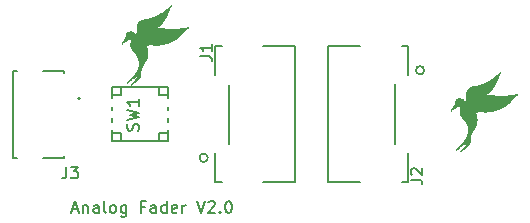
<source format=gbr>
G04 #@! TF.GenerationSoftware,KiCad,Pcbnew,(5.1.9)-1*
G04 #@! TF.CreationDate,2021-02-21T21:01:16-08:00*
G04 #@! TF.ProjectId,AnalogFaderV2,416e616c-6f67-4466-9164-657256322e6b,rev?*
G04 #@! TF.SameCoordinates,Original*
G04 #@! TF.FileFunction,Legend,Top*
G04 #@! TF.FilePolarity,Positive*
%FSLAX46Y46*%
G04 Gerber Fmt 4.6, Leading zero omitted, Abs format (unit mm)*
G04 Created by KiCad (PCBNEW (5.1.9)-1) date 2021-02-21 21:01:16*
%MOMM*%
%LPD*%
G01*
G04 APERTURE LIST*
%ADD10C,0.150000*%
%ADD11C,0.010000*%
%ADD12C,0.200000*%
%ADD13C,0.127000*%
G04 APERTURE END LIST*
D10*
X111475095Y-74499766D02*
X111951285Y-74499766D01*
X111379857Y-74785480D02*
X111713190Y-73785480D01*
X112046523Y-74785480D01*
X112379857Y-74118814D02*
X112379857Y-74785480D01*
X112379857Y-74214052D02*
X112427476Y-74166433D01*
X112522714Y-74118814D01*
X112665571Y-74118814D01*
X112760809Y-74166433D01*
X112808428Y-74261671D01*
X112808428Y-74785480D01*
X113713190Y-74785480D02*
X113713190Y-74261671D01*
X113665571Y-74166433D01*
X113570333Y-74118814D01*
X113379857Y-74118814D01*
X113284619Y-74166433D01*
X113713190Y-74737861D02*
X113617952Y-74785480D01*
X113379857Y-74785480D01*
X113284619Y-74737861D01*
X113237000Y-74642623D01*
X113237000Y-74547385D01*
X113284619Y-74452147D01*
X113379857Y-74404528D01*
X113617952Y-74404528D01*
X113713190Y-74356909D01*
X114332238Y-74785480D02*
X114237000Y-74737861D01*
X114189380Y-74642623D01*
X114189380Y-73785480D01*
X114856047Y-74785480D02*
X114760809Y-74737861D01*
X114713190Y-74690242D01*
X114665571Y-74595004D01*
X114665571Y-74309290D01*
X114713190Y-74214052D01*
X114760809Y-74166433D01*
X114856047Y-74118814D01*
X114998904Y-74118814D01*
X115094142Y-74166433D01*
X115141761Y-74214052D01*
X115189380Y-74309290D01*
X115189380Y-74595004D01*
X115141761Y-74690242D01*
X115094142Y-74737861D01*
X114998904Y-74785480D01*
X114856047Y-74785480D01*
X116046523Y-74118814D02*
X116046523Y-74928338D01*
X115998904Y-75023576D01*
X115951285Y-75071195D01*
X115856047Y-75118814D01*
X115713190Y-75118814D01*
X115617952Y-75071195D01*
X116046523Y-74737861D02*
X115951285Y-74785480D01*
X115760809Y-74785480D01*
X115665571Y-74737861D01*
X115617952Y-74690242D01*
X115570333Y-74595004D01*
X115570333Y-74309290D01*
X115617952Y-74214052D01*
X115665571Y-74166433D01*
X115760809Y-74118814D01*
X115951285Y-74118814D01*
X116046523Y-74166433D01*
X117617952Y-74261671D02*
X117284619Y-74261671D01*
X117284619Y-74785480D02*
X117284619Y-73785480D01*
X117760809Y-73785480D01*
X118570333Y-74785480D02*
X118570333Y-74261671D01*
X118522714Y-74166433D01*
X118427476Y-74118814D01*
X118237000Y-74118814D01*
X118141761Y-74166433D01*
X118570333Y-74737861D02*
X118475095Y-74785480D01*
X118237000Y-74785480D01*
X118141761Y-74737861D01*
X118094142Y-74642623D01*
X118094142Y-74547385D01*
X118141761Y-74452147D01*
X118237000Y-74404528D01*
X118475095Y-74404528D01*
X118570333Y-74356909D01*
X119475095Y-74785480D02*
X119475095Y-73785480D01*
X119475095Y-74737861D02*
X119379857Y-74785480D01*
X119189380Y-74785480D01*
X119094142Y-74737861D01*
X119046523Y-74690242D01*
X118998904Y-74595004D01*
X118998904Y-74309290D01*
X119046523Y-74214052D01*
X119094142Y-74166433D01*
X119189380Y-74118814D01*
X119379857Y-74118814D01*
X119475095Y-74166433D01*
X120332238Y-74737861D02*
X120237000Y-74785480D01*
X120046523Y-74785480D01*
X119951285Y-74737861D01*
X119903666Y-74642623D01*
X119903666Y-74261671D01*
X119951285Y-74166433D01*
X120046523Y-74118814D01*
X120237000Y-74118814D01*
X120332238Y-74166433D01*
X120379857Y-74261671D01*
X120379857Y-74356909D01*
X119903666Y-74452147D01*
X120808428Y-74785480D02*
X120808428Y-74118814D01*
X120808428Y-74309290D02*
X120856047Y-74214052D01*
X120903666Y-74166433D01*
X120998904Y-74118814D01*
X121094142Y-74118814D01*
X122046523Y-73785480D02*
X122379857Y-74785480D01*
X122713190Y-73785480D01*
X122998904Y-73880719D02*
X123046523Y-73833100D01*
X123141761Y-73785480D01*
X123379857Y-73785480D01*
X123475095Y-73833100D01*
X123522714Y-73880719D01*
X123570333Y-73975957D01*
X123570333Y-74071195D01*
X123522714Y-74214052D01*
X122951285Y-74785480D01*
X123570333Y-74785480D01*
X123998904Y-74690242D02*
X124046523Y-74737861D01*
X123998904Y-74785480D01*
X123951285Y-74737861D01*
X123998904Y-74690242D01*
X123998904Y-74785480D01*
X124665571Y-73785480D02*
X124760809Y-73785480D01*
X124856047Y-73833100D01*
X124903666Y-73880719D01*
X124951285Y-73975957D01*
X124998904Y-74166433D01*
X124998904Y-74404528D01*
X124951285Y-74595004D01*
X124903666Y-74690242D01*
X124856047Y-74737861D01*
X124760809Y-74785480D01*
X124665571Y-74785480D01*
X124570333Y-74737861D01*
X124522714Y-74690242D01*
X124475095Y-74595004D01*
X124427476Y-74404528D01*
X124427476Y-74166433D01*
X124475095Y-73975957D01*
X124522714Y-73880719D01*
X124570333Y-73833100D01*
X124665571Y-73785480D01*
D11*
G36*
X147702954Y-62876460D02*
G01*
X147702954Y-62876472D01*
X147702135Y-62878421D01*
X147699810Y-62883471D01*
X147696176Y-62891207D01*
X147691429Y-62901214D01*
X147685766Y-62913075D01*
X147679385Y-62926376D01*
X147674403Y-62936719D01*
X147629281Y-63031551D01*
X147583768Y-63129746D01*
X147538090Y-63230808D01*
X147492470Y-63334239D01*
X147447132Y-63439545D01*
X147442615Y-63450177D01*
X147431569Y-63476287D01*
X147421815Y-63499541D01*
X147413067Y-63520657D01*
X147405037Y-63540356D01*
X147397440Y-63559355D01*
X147389990Y-63578373D01*
X147382400Y-63598130D01*
X147374383Y-63619344D01*
X147365654Y-63642734D01*
X147362069Y-63652400D01*
X147352422Y-63677601D01*
X147342180Y-63702626D01*
X147331109Y-63727961D01*
X147318978Y-63754096D01*
X147305553Y-63781516D01*
X147290603Y-63810711D01*
X147273895Y-63842167D01*
X147255878Y-63875139D01*
X147207922Y-63958029D01*
X147156384Y-64039729D01*
X147101487Y-64119927D01*
X147043457Y-64198310D01*
X146982519Y-64274565D01*
X146918897Y-64348380D01*
X146901051Y-64368111D01*
X146891334Y-64378892D01*
X146883964Y-64387466D01*
X146878522Y-64394382D01*
X146874588Y-64400193D01*
X146871743Y-64405450D01*
X146870531Y-64408203D01*
X146862151Y-64424871D01*
X146851583Y-64438822D01*
X146838322Y-64450590D01*
X146821860Y-64460711D01*
X146819816Y-64461754D01*
X146814652Y-64464552D01*
X146809421Y-64467896D01*
X146803665Y-64472162D01*
X146796922Y-64477728D01*
X146788736Y-64484970D01*
X146778645Y-64494266D01*
X146767880Y-64504394D01*
X146756806Y-64514725D01*
X146745636Y-64524874D01*
X146734991Y-64534298D01*
X146725488Y-64542454D01*
X146717746Y-64548800D01*
X146713781Y-64551822D01*
X146706330Y-64557611D01*
X146697146Y-64565369D01*
X146687199Y-64574243D01*
X146677461Y-64583378D01*
X146673564Y-64587190D01*
X146664498Y-64595917D01*
X146655084Y-64604508D01*
X146646199Y-64612197D01*
X146638717Y-64618213D01*
X146635832Y-64620315D01*
X146629026Y-64625095D01*
X146620083Y-64631492D01*
X146609999Y-64638786D01*
X146599770Y-64646259D01*
X146596100Y-64648961D01*
X146570651Y-64667399D01*
X146545950Y-64684619D01*
X146522850Y-64700032D01*
X146512765Y-64706500D01*
X146493440Y-64718984D01*
X146476685Y-64730377D01*
X146462767Y-64740488D01*
X146451955Y-64749126D01*
X146448239Y-64752422D01*
X146437142Y-64762696D01*
X146444329Y-64763902D01*
X146453338Y-64765360D01*
X146465612Y-64767270D01*
X146480546Y-64769541D01*
X146497536Y-64772087D01*
X146515977Y-64774818D01*
X146535262Y-64777646D01*
X146554788Y-64780483D01*
X146573950Y-64783240D01*
X146592141Y-64785829D01*
X146608759Y-64788161D01*
X146623196Y-64790148D01*
X146632247Y-64791362D01*
X146668553Y-64796020D01*
X146701847Y-64799996D01*
X146732948Y-64803358D01*
X146762679Y-64806171D01*
X146791861Y-64808504D01*
X146821315Y-64810423D01*
X146851864Y-64811996D01*
X146884328Y-64813289D01*
X146910670Y-64814123D01*
X146931823Y-64814774D01*
X146949776Y-64815434D01*
X146965232Y-64816152D01*
X146978899Y-64816974D01*
X146991481Y-64817947D01*
X147003685Y-64819119D01*
X147016217Y-64820537D01*
X147026923Y-64821875D01*
X147120591Y-64833394D01*
X147211443Y-64843381D01*
X147300239Y-64851883D01*
X147387735Y-64858951D01*
X147474691Y-64864634D01*
X147561863Y-64868980D01*
X147650011Y-64872040D01*
X147739892Y-64873862D01*
X147832264Y-64874495D01*
X147837770Y-64874496D01*
X147906264Y-64874207D01*
X147971721Y-64873333D01*
X148034976Y-64871842D01*
X148096859Y-64869702D01*
X148158204Y-64866880D01*
X148219843Y-64863342D01*
X148282609Y-64859057D01*
X148336000Y-64854922D01*
X148376893Y-64851429D01*
X148418835Y-64847525D01*
X148461483Y-64843257D01*
X148504491Y-64838670D01*
X148547515Y-64833811D01*
X148590208Y-64828724D01*
X148632227Y-64823457D01*
X148673225Y-64818054D01*
X148712859Y-64812563D01*
X148750782Y-64807027D01*
X148786650Y-64801494D01*
X148820118Y-64796010D01*
X148850841Y-64790619D01*
X148878474Y-64785369D01*
X148902671Y-64780305D01*
X148910185Y-64778603D01*
X148943742Y-64771078D01*
X148978086Y-64763845D01*
X149012115Y-64757121D01*
X149044726Y-64751122D01*
X149074818Y-64746065D01*
X149077485Y-64745645D01*
X149091490Y-64743407D01*
X149106134Y-64740987D01*
X149120245Y-64738585D01*
X149132655Y-64736399D01*
X149140985Y-64734861D01*
X149153504Y-64732712D01*
X149163406Y-64731520D01*
X149170217Y-64731338D01*
X149171950Y-64731555D01*
X149178492Y-64732916D01*
X149169019Y-64739619D01*
X149158114Y-64747478D01*
X149144782Y-64757319D01*
X149129637Y-64768672D01*
X149113297Y-64781067D01*
X149096376Y-64794035D01*
X149079491Y-64807105D01*
X149063257Y-64819808D01*
X149048290Y-64831675D01*
X149047200Y-64832547D01*
X148969485Y-64896991D01*
X148894103Y-64964085D01*
X148820829Y-65034051D01*
X148749433Y-65107112D01*
X148679689Y-65183491D01*
X148631011Y-65239900D01*
X148611291Y-65262779D01*
X148589143Y-65287579D01*
X148565135Y-65313709D01*
X148539833Y-65340578D01*
X148513803Y-65367598D01*
X148487613Y-65394176D01*
X148461829Y-65419723D01*
X148437018Y-65443648D01*
X148420993Y-65458689D01*
X148346160Y-65525872D01*
X148270663Y-65589333D01*
X148194529Y-65649054D01*
X148117783Y-65705020D01*
X148040455Y-65757212D01*
X147962570Y-65805613D01*
X147884156Y-65850207D01*
X147805240Y-65890976D01*
X147725849Y-65927903D01*
X147646010Y-65960971D01*
X147596400Y-65979491D01*
X147557009Y-65993097D01*
X147515594Y-66006501D01*
X147473306Y-66019360D01*
X147431302Y-66031332D01*
X147390733Y-66042075D01*
X147362008Y-66049103D01*
X147350347Y-66052010D01*
X147336015Y-66055846D01*
X147320052Y-66060317D01*
X147303498Y-66065128D01*
X147287393Y-66069987D01*
X147279947Y-66072306D01*
X147190789Y-66099020D01*
X147102671Y-66122568D01*
X147015000Y-66143058D01*
X146927183Y-66160599D01*
X146838629Y-66175301D01*
X146748745Y-66187270D01*
X146656938Y-66196618D01*
X146567770Y-66203146D01*
X146550032Y-66204041D01*
X146529082Y-66204813D01*
X146505614Y-66205456D01*
X146480322Y-66205964D01*
X146453899Y-66206331D01*
X146427040Y-66206551D01*
X146400439Y-66206619D01*
X146374788Y-66206528D01*
X146350783Y-66206274D01*
X146329117Y-66205849D01*
X146311816Y-66205301D01*
X146223676Y-66200675D01*
X146138024Y-66193811D01*
X146054094Y-66184634D01*
X145971121Y-66173071D01*
X145958254Y-66171053D01*
X145918116Y-66164666D01*
X145895271Y-66169119D01*
X145851331Y-66179228D01*
X145807485Y-66192310D01*
X145764336Y-66208103D01*
X145722490Y-66226348D01*
X145682552Y-66246785D01*
X145645129Y-66269151D01*
X145616036Y-66289272D01*
X145602468Y-66299330D01*
X145606566Y-66305458D01*
X145614760Y-66320604D01*
X145620623Y-66337525D01*
X145623704Y-66354750D01*
X145624062Y-66362381D01*
X145624441Y-66368871D01*
X145625718Y-66376079D01*
X145628105Y-66384883D01*
X145631811Y-66396156D01*
X145633010Y-66399582D01*
X145652387Y-66459234D01*
X145669321Y-66521373D01*
X145683702Y-66585351D01*
X145695422Y-66650519D01*
X145704369Y-66716230D01*
X145710435Y-66781836D01*
X145713510Y-66846689D01*
X145713891Y-66877223D01*
X145712131Y-66947961D01*
X145706805Y-67019531D01*
X145698008Y-67091398D01*
X145685834Y-67163023D01*
X145670378Y-67233868D01*
X145651732Y-67303397D01*
X145629992Y-67371071D01*
X145624961Y-67385223D01*
X145620376Y-67397865D01*
X145616260Y-67409040D01*
X145612428Y-67419096D01*
X145608694Y-67428380D01*
X145604873Y-67437241D01*
X145600781Y-67446024D01*
X145596233Y-67455077D01*
X145591043Y-67464748D01*
X145585027Y-67475384D01*
X145577999Y-67487332D01*
X145569775Y-67500939D01*
X145560170Y-67516552D01*
X145548998Y-67534520D01*
X145536075Y-67555189D01*
X145525046Y-67572793D01*
X145498857Y-67614615D01*
X145474660Y-67653325D01*
X145452346Y-67689105D01*
X145431807Y-67722137D01*
X145412935Y-67752604D01*
X145395620Y-67780689D01*
X145379755Y-67806573D01*
X145365231Y-67830441D01*
X145351939Y-67852473D01*
X145339770Y-67872853D01*
X145328617Y-67891763D01*
X145318371Y-67909385D01*
X145308922Y-67925903D01*
X145300164Y-67941499D01*
X145291986Y-67956354D01*
X145284282Y-67970653D01*
X145276941Y-67984577D01*
X145269856Y-67998309D01*
X145262918Y-68012031D01*
X145257869Y-68022177D01*
X145247567Y-68043222D01*
X145238725Y-68061825D01*
X145230914Y-68078968D01*
X145223706Y-68095629D01*
X145216671Y-68112790D01*
X145209382Y-68131430D01*
X145204598Y-68144025D01*
X145185445Y-68199673D01*
X145168911Y-68257731D01*
X145155082Y-68317632D01*
X145144046Y-68378807D01*
X145135891Y-68440688D01*
X145130706Y-68502708D01*
X145128579Y-68564298D01*
X145129597Y-68624891D01*
X145129709Y-68627380D01*
X145130409Y-68642650D01*
X145131125Y-68658371D01*
X145131812Y-68673558D01*
X145132427Y-68687225D01*
X145132923Y-68698389D01*
X145133086Y-68702109D01*
X145132836Y-68740424D01*
X145128731Y-68778588D01*
X145120763Y-68816616D01*
X145108926Y-68854522D01*
X145093214Y-68892321D01*
X145073621Y-68930029D01*
X145050140Y-68967660D01*
X145022765Y-69005229D01*
X144991490Y-69042750D01*
X144985986Y-69048903D01*
X144943584Y-69094692D01*
X144902006Y-69137179D01*
X144860796Y-69176754D01*
X144819502Y-69213807D01*
X144777668Y-69248728D01*
X144734840Y-69281908D01*
X144690563Y-69313737D01*
X144644383Y-69344605D01*
X144633462Y-69351599D01*
X144618607Y-69361103D01*
X144604954Y-69369998D01*
X144591921Y-69378688D01*
X144578927Y-69387577D01*
X144565393Y-69397071D01*
X144550736Y-69407573D01*
X144534377Y-69419488D01*
X144515735Y-69433220D01*
X144507502Y-69439317D01*
X144487058Y-69454483D01*
X144469439Y-69467573D01*
X144454325Y-69478829D01*
X144441397Y-69488494D01*
X144430333Y-69496811D01*
X144420814Y-69504022D01*
X144412521Y-69510370D01*
X144405131Y-69516097D01*
X144398327Y-69521445D01*
X144391786Y-69526659D01*
X144385190Y-69531979D01*
X144384725Y-69532356D01*
X144370789Y-69543645D01*
X144359504Y-69552750D01*
X144350495Y-69559963D01*
X144343384Y-69565571D01*
X144337796Y-69569864D01*
X144333355Y-69573131D01*
X144329686Y-69575662D01*
X144326413Y-69577746D01*
X144323539Y-69579453D01*
X144316779Y-69583218D01*
X144312910Y-69584931D01*
X144311567Y-69584700D01*
X144312279Y-69582812D01*
X144314476Y-69579736D01*
X144318822Y-69574198D01*
X144324908Y-69566691D01*
X144332325Y-69557705D01*
X144340663Y-69547734D01*
X144349515Y-69537269D01*
X144358469Y-69526803D01*
X144367118Y-69516826D01*
X144367935Y-69515893D01*
X144377656Y-69505078D01*
X144389600Y-69492260D01*
X144403188Y-69478021D01*
X144417843Y-69462943D01*
X144432988Y-69447609D01*
X144448046Y-69432603D01*
X144462439Y-69418505D01*
X144475590Y-69405900D01*
X144486922Y-69395370D01*
X144490831Y-69391855D01*
X144503888Y-69379835D01*
X144519014Y-69365170D01*
X144535838Y-69348265D01*
X144553990Y-69329527D01*
X144573098Y-69309362D01*
X144592791Y-69288177D01*
X144612699Y-69266378D01*
X144632450Y-69244372D01*
X144651673Y-69222564D01*
X144669998Y-69201362D01*
X144687054Y-69181171D01*
X144702469Y-69162399D01*
X144715873Y-69145451D01*
X144716481Y-69144662D01*
X144750315Y-69097966D01*
X144782468Y-69048057D01*
X144812748Y-68995336D01*
X144840960Y-68940204D01*
X144866911Y-68883061D01*
X144890407Y-68824309D01*
X144911255Y-68764348D01*
X144929130Y-68704070D01*
X144932629Y-68690939D01*
X144936151Y-68677329D01*
X144939555Y-68663821D01*
X144942700Y-68651000D01*
X144945446Y-68639450D01*
X144947653Y-68629754D01*
X144949180Y-68622497D01*
X144949886Y-68618261D01*
X144949917Y-68617675D01*
X144949310Y-68618394D01*
X144947706Y-68622198D01*
X144945348Y-68628470D01*
X144942481Y-68636590D01*
X144942456Y-68636662D01*
X144926654Y-68677440D01*
X144908119Y-68715691D01*
X144886702Y-68751613D01*
X144862254Y-68785403D01*
X144834625Y-68817257D01*
X144803666Y-68847374D01*
X144769226Y-68875951D01*
X144750693Y-68889697D01*
X144733530Y-68901559D01*
X144715772Y-68912955D01*
X144696772Y-68924259D01*
X144675883Y-68935847D01*
X144652456Y-68948094D01*
X144632485Y-68958107D01*
X144568697Y-68991532D01*
X144504850Y-69028814D01*
X144441016Y-69069906D01*
X144377267Y-69114757D01*
X144313675Y-69163321D01*
X144250310Y-69215549D01*
X144247736Y-69217752D01*
X144233579Y-69229853D01*
X144218017Y-69243094D01*
X144201941Y-69256722D01*
X144186240Y-69269984D01*
X144171807Y-69282125D01*
X144160631Y-69291474D01*
X144147430Y-69302518D01*
X144135737Y-69312410D01*
X144124974Y-69321664D01*
X144114563Y-69330792D01*
X144103927Y-69340311D01*
X144092490Y-69350733D01*
X144079673Y-69362572D01*
X144064900Y-69376344D01*
X144056605Y-69384109D01*
X144045389Y-69394499D01*
X144034284Y-69404561D01*
X144023672Y-69413972D01*
X144013933Y-69422408D01*
X144005448Y-69429544D01*
X143998596Y-69435057D01*
X143993760Y-69438622D01*
X143991319Y-69439914D01*
X143991144Y-69439865D01*
X143991879Y-69437943D01*
X143994873Y-69433355D01*
X143999869Y-69426424D01*
X144006608Y-69417472D01*
X144014833Y-69406821D01*
X144024285Y-69394794D01*
X144034706Y-69381713D01*
X144045839Y-69367902D01*
X144057426Y-69353682D01*
X144069207Y-69339377D01*
X144080926Y-69325308D01*
X144092324Y-69311798D01*
X144103144Y-69299170D01*
X144110048Y-69291241D01*
X144125923Y-69273426D01*
X144144612Y-69252957D01*
X144166120Y-69229831D01*
X144190448Y-69204044D01*
X144217601Y-69175594D01*
X144247580Y-69144477D01*
X144280390Y-69110690D01*
X144316032Y-69074231D01*
X144354511Y-69035095D01*
X144392966Y-68996170D01*
X144404351Y-68984663D01*
X144414829Y-68974043D01*
X144424567Y-68964117D01*
X144433733Y-68954694D01*
X144442493Y-68945579D01*
X144451015Y-68936582D01*
X144459466Y-68927509D01*
X144468014Y-68918169D01*
X144476826Y-68908368D01*
X144486068Y-68897915D01*
X144495909Y-68886617D01*
X144506515Y-68874282D01*
X144518053Y-68860717D01*
X144530692Y-68845730D01*
X144544598Y-68829129D01*
X144559938Y-68810720D01*
X144576880Y-68790313D01*
X144595591Y-68767713D01*
X144616238Y-68742730D01*
X144638988Y-68715170D01*
X144664009Y-68684842D01*
X144671518Y-68675739D01*
X144687876Y-68654822D01*
X144705424Y-68630303D01*
X144718220Y-68611099D01*
X144950139Y-68611099D01*
X144950498Y-68613633D01*
X144951165Y-68613663D01*
X144951632Y-68611048D01*
X144951320Y-68609919D01*
X144950452Y-68609179D01*
X144950139Y-68611099D01*
X144718220Y-68611099D01*
X144723319Y-68603447D01*
X144951939Y-68603447D01*
X144952916Y-68604423D01*
X144953893Y-68603447D01*
X144952916Y-68602470D01*
X144951939Y-68603447D01*
X144723319Y-68603447D01*
X144724097Y-68602280D01*
X144743828Y-68570850D01*
X144753061Y-68555577D01*
X144793222Y-68485317D01*
X144829772Y-68414937D01*
X144862682Y-68344519D01*
X144891923Y-68274147D01*
X144917466Y-68203904D01*
X144939283Y-68133873D01*
X144957345Y-68064137D01*
X144971624Y-67994779D01*
X144982089Y-67925883D01*
X144987080Y-67878570D01*
X144987702Y-67869871D01*
X144988350Y-67858146D01*
X144988988Y-67844278D01*
X144989576Y-67829148D01*
X144990076Y-67813638D01*
X144990323Y-67804323D01*
X144990111Y-67733058D01*
X144986100Y-67661365D01*
X144978335Y-67589512D01*
X144966862Y-67517766D01*
X144951728Y-67446393D01*
X144932978Y-67375660D01*
X144910657Y-67305834D01*
X144898749Y-67272877D01*
X144890807Y-67253173D01*
X144880803Y-67230778D01*
X144868981Y-67206156D01*
X144855584Y-67179769D01*
X144840859Y-67152081D01*
X144825049Y-67123556D01*
X144808398Y-67094655D01*
X144791152Y-67065843D01*
X144779679Y-67047288D01*
X144768969Y-67030382D01*
X144758974Y-67015065D01*
X144749296Y-67000809D01*
X144739537Y-66987086D01*
X144729299Y-66973370D01*
X144718185Y-66959133D01*
X144705796Y-66943847D01*
X144691735Y-66926985D01*
X144675603Y-66908020D01*
X144667428Y-66898502D01*
X144657850Y-66887379D01*
X144646340Y-66874014D01*
X144633515Y-66859124D01*
X144619994Y-66843426D01*
X144606394Y-66827638D01*
X144593335Y-66812479D01*
X144587490Y-66805694D01*
X144564465Y-66778840D01*
X144543801Y-66754453D01*
X144525184Y-66732150D01*
X144508303Y-66711549D01*
X144492842Y-66692267D01*
X144478491Y-66673920D01*
X144464935Y-66656127D01*
X144461564Y-66651627D01*
X144432733Y-66611956D01*
X144406950Y-66574175D01*
X144384063Y-66537934D01*
X144363919Y-66502883D01*
X144346365Y-66468672D01*
X144331247Y-66434951D01*
X144318414Y-66401371D01*
X144307710Y-66367581D01*
X144298985Y-66333231D01*
X144292084Y-66297973D01*
X144286854Y-66261454D01*
X144285468Y-66249062D01*
X144284511Y-66236902D01*
X144283804Y-66221738D01*
X144283348Y-66204466D01*
X144283142Y-66185984D01*
X144283188Y-66167187D01*
X144283483Y-66148970D01*
X144284030Y-66132231D01*
X144284827Y-66117865D01*
X144285468Y-66110339D01*
X144293732Y-66048608D01*
X144305874Y-65987285D01*
X144321880Y-65926437D01*
X144332743Y-65891945D01*
X144336861Y-65880086D01*
X144342057Y-65865850D01*
X144347987Y-65850113D01*
X144354310Y-65833751D01*
X144360684Y-65817641D01*
X144366765Y-65802659D01*
X144372212Y-65789680D01*
X144376376Y-65780246D01*
X144379489Y-65772992D01*
X144381687Y-65766955D01*
X144382637Y-65763092D01*
X144382594Y-65762375D01*
X144380504Y-65760753D01*
X144375533Y-65758160D01*
X144368464Y-65754976D01*
X144361524Y-65752142D01*
X144325094Y-65739699D01*
X144287503Y-65730294D01*
X144249495Y-65724054D01*
X144211815Y-65721108D01*
X144181647Y-65721241D01*
X144163433Y-65722405D01*
X144144986Y-65724242D01*
X144126962Y-65726640D01*
X144110015Y-65729483D01*
X144094800Y-65732658D01*
X144081971Y-65736052D01*
X144072183Y-65739551D01*
X144069777Y-65740686D01*
X144063187Y-65743606D01*
X144055198Y-65746525D01*
X144051195Y-65747766D01*
X144046102Y-65749461D01*
X144041714Y-65751700D01*
X144037213Y-65755096D01*
X144031779Y-65760263D01*
X144024944Y-65767439D01*
X144003709Y-65788936D01*
X143981120Y-65809461D01*
X143957938Y-65828395D01*
X143934923Y-65845120D01*
X143912836Y-65859017D01*
X143911150Y-65859978D01*
X143902045Y-65864985D01*
X143892618Y-65869857D01*
X143882411Y-65874794D01*
X143870967Y-65879997D01*
X143857828Y-65885666D01*
X143842535Y-65892003D01*
X143824632Y-65899209D01*
X143803660Y-65907484D01*
X143796239Y-65910386D01*
X143771654Y-65920132D01*
X143750353Y-65928921D01*
X143731892Y-65936963D01*
X143715824Y-65944466D01*
X143701705Y-65951640D01*
X143689089Y-65958693D01*
X143677531Y-65965834D01*
X143676077Y-65966783D01*
X143651508Y-65984297D01*
X143629697Y-66002899D01*
X143610060Y-66023221D01*
X143592014Y-66045894D01*
X143574976Y-66071551D01*
X143567328Y-66084506D01*
X143562705Y-66092520D01*
X143558866Y-66099007D01*
X143556168Y-66103376D01*
X143554968Y-66105036D01*
X143554939Y-66105004D01*
X143555685Y-66102643D01*
X143557768Y-66097252D01*
X143560956Y-66089380D01*
X143565018Y-66079576D01*
X143569722Y-66068389D01*
X143574835Y-66056367D01*
X143580125Y-66044059D01*
X143585361Y-66032014D01*
X143590311Y-66020781D01*
X143594151Y-66012214D01*
X143627587Y-65942391D01*
X143664353Y-65873119D01*
X143704103Y-65804948D01*
X143746492Y-65738430D01*
X143791172Y-65674116D01*
X143837800Y-65612557D01*
X143868127Y-65575310D01*
X143887501Y-65552188D01*
X143889420Y-65537827D01*
X143890345Y-65527362D01*
X143889889Y-65517975D01*
X143888395Y-65509171D01*
X143883156Y-65474649D01*
X143881384Y-65439376D01*
X143883028Y-65403981D01*
X143888040Y-65369093D01*
X143896369Y-65335340D01*
X143903974Y-65313170D01*
X143918899Y-65279821D01*
X143937070Y-65248555D01*
X143958315Y-65219557D01*
X143982461Y-65193016D01*
X144009337Y-65169118D01*
X144038771Y-65148051D01*
X144070590Y-65130001D01*
X144073685Y-65128472D01*
X144101227Y-65116268D01*
X144128379Y-65106872D01*
X144156149Y-65100027D01*
X144185547Y-65095476D01*
X144211349Y-65093287D01*
X144224009Y-65092545D01*
X144237335Y-65091754D01*
X144249911Y-65090999D01*
X144260322Y-65090364D01*
X144262231Y-65090246D01*
X144291657Y-65090019D01*
X144322705Y-65092757D01*
X144354651Y-65098302D01*
X144386770Y-65106494D01*
X144418338Y-65117173D01*
X144448632Y-65130180D01*
X144452823Y-65132224D01*
X144478236Y-65145951D01*
X144499947Y-65160144D01*
X144518149Y-65174937D01*
X144527636Y-65184339D01*
X144536249Y-65194289D01*
X144544013Y-65204877D01*
X144551386Y-65216856D01*
X144558824Y-65230977D01*
X144566786Y-65247994D01*
X144568086Y-65250915D01*
X144577366Y-65271270D01*
X144585862Y-65288378D01*
X144593938Y-65302727D01*
X144601961Y-65314805D01*
X144610295Y-65325101D01*
X144619307Y-65334102D01*
X144629361Y-65342295D01*
X144640823Y-65350169D01*
X144643905Y-65352116D01*
X144657885Y-65360824D01*
X144672539Y-65359169D01*
X144682321Y-65357598D01*
X144692936Y-65355187D01*
X144700626Y-65352927D01*
X144706778Y-65350662D01*
X144711599Y-65348274D01*
X144715998Y-65345078D01*
X144720883Y-65340390D01*
X144727164Y-65333524D01*
X144728755Y-65331731D01*
X144757484Y-65296665D01*
X144783029Y-65260091D01*
X144805305Y-65222236D01*
X144824225Y-65183328D01*
X144839703Y-65143593D01*
X144851655Y-65103258D01*
X144859993Y-65062550D01*
X144864632Y-65021696D01*
X144865487Y-64980922D01*
X144865123Y-64971247D01*
X144864399Y-64957823D01*
X144863556Y-64945189D01*
X144862524Y-64932703D01*
X144861233Y-64919725D01*
X144859614Y-64905612D01*
X144857595Y-64889724D01*
X144855108Y-64871419D01*
X144852081Y-64850056D01*
X144851244Y-64844247D01*
X144847659Y-64819019D01*
X144844686Y-64797098D01*
X144842274Y-64777939D01*
X144840371Y-64760997D01*
X144838927Y-64745728D01*
X144837889Y-64731586D01*
X144837206Y-64718028D01*
X144836827Y-64704510D01*
X144836701Y-64690485D01*
X144836700Y-64690304D01*
X144836881Y-64669747D01*
X144837546Y-64651879D01*
X144838811Y-64635499D01*
X144840789Y-64619404D01*
X144843594Y-64602395D01*
X144846513Y-64587316D01*
X144857466Y-64542349D01*
X144871845Y-64498001D01*
X144889451Y-64454540D01*
X144910082Y-64412234D01*
X144933536Y-64371351D01*
X144959613Y-64332160D01*
X144988111Y-64294929D01*
X145018830Y-64259926D01*
X145051568Y-64227418D01*
X145086124Y-64197675D01*
X145122297Y-64170965D01*
X145159886Y-64147555D01*
X145187061Y-64133212D01*
X145208409Y-64123164D01*
X145227897Y-64114911D01*
X145246835Y-64107961D01*
X145266530Y-64101821D01*
X145280851Y-64097903D01*
X145294042Y-64094582D01*
X145306981Y-64091612D01*
X145320074Y-64088939D01*
X145333727Y-64086512D01*
X145348348Y-64084278D01*
X145364340Y-64082185D01*
X145382112Y-64080181D01*
X145402069Y-64078214D01*
X145424616Y-64076231D01*
X145450161Y-64074180D01*
X145479110Y-64072009D01*
X145486316Y-64071486D01*
X145514829Y-64069392D01*
X145539909Y-64067455D01*
X145562024Y-64065605D01*
X145581643Y-64063770D01*
X145599232Y-64061881D01*
X145615261Y-64059867D01*
X145630197Y-64057657D01*
X145644508Y-64055182D01*
X145658663Y-64052369D01*
X145673129Y-64049150D01*
X145688374Y-64045453D01*
X145704867Y-64041208D01*
X145723076Y-64036344D01*
X145727437Y-64035163D01*
X145751328Y-64028476D01*
X145778409Y-64020536D01*
X145808220Y-64011491D01*
X145840304Y-64001493D01*
X145874204Y-63990691D01*
X145909462Y-63979235D01*
X145945618Y-63967276D01*
X145982217Y-63954964D01*
X146018800Y-63942448D01*
X146054908Y-63929879D01*
X146090085Y-63917406D01*
X146123270Y-63905401D01*
X146207979Y-63872859D01*
X146293962Y-63836748D01*
X146381095Y-63797148D01*
X146469252Y-63754141D01*
X146558308Y-63707807D01*
X146648138Y-63658225D01*
X146738619Y-63605476D01*
X146829624Y-63549640D01*
X146921028Y-63490799D01*
X147012708Y-63429031D01*
X147104539Y-63364417D01*
X147196394Y-63297039D01*
X147288150Y-63226975D01*
X147379682Y-63154306D01*
X147470864Y-63079113D01*
X147561572Y-63001475D01*
X147648125Y-62924687D01*
X147662188Y-62911994D01*
X147673623Y-62901685D01*
X147682701Y-62893521D01*
X147689692Y-62887264D01*
X147694866Y-62882677D01*
X147698494Y-62879521D01*
X147700846Y-62877560D01*
X147702193Y-62876554D01*
X147702806Y-62876267D01*
X147702954Y-62876460D01*
G37*
X147702954Y-62876460D02*
X147702954Y-62876472D01*
X147702135Y-62878421D01*
X147699810Y-62883471D01*
X147696176Y-62891207D01*
X147691429Y-62901214D01*
X147685766Y-62913075D01*
X147679385Y-62926376D01*
X147674403Y-62936719D01*
X147629281Y-63031551D01*
X147583768Y-63129746D01*
X147538090Y-63230808D01*
X147492470Y-63334239D01*
X147447132Y-63439545D01*
X147442615Y-63450177D01*
X147431569Y-63476287D01*
X147421815Y-63499541D01*
X147413067Y-63520657D01*
X147405037Y-63540356D01*
X147397440Y-63559355D01*
X147389990Y-63578373D01*
X147382400Y-63598130D01*
X147374383Y-63619344D01*
X147365654Y-63642734D01*
X147362069Y-63652400D01*
X147352422Y-63677601D01*
X147342180Y-63702626D01*
X147331109Y-63727961D01*
X147318978Y-63754096D01*
X147305553Y-63781516D01*
X147290603Y-63810711D01*
X147273895Y-63842167D01*
X147255878Y-63875139D01*
X147207922Y-63958029D01*
X147156384Y-64039729D01*
X147101487Y-64119927D01*
X147043457Y-64198310D01*
X146982519Y-64274565D01*
X146918897Y-64348380D01*
X146901051Y-64368111D01*
X146891334Y-64378892D01*
X146883964Y-64387466D01*
X146878522Y-64394382D01*
X146874588Y-64400193D01*
X146871743Y-64405450D01*
X146870531Y-64408203D01*
X146862151Y-64424871D01*
X146851583Y-64438822D01*
X146838322Y-64450590D01*
X146821860Y-64460711D01*
X146819816Y-64461754D01*
X146814652Y-64464552D01*
X146809421Y-64467896D01*
X146803665Y-64472162D01*
X146796922Y-64477728D01*
X146788736Y-64484970D01*
X146778645Y-64494266D01*
X146767880Y-64504394D01*
X146756806Y-64514725D01*
X146745636Y-64524874D01*
X146734991Y-64534298D01*
X146725488Y-64542454D01*
X146717746Y-64548800D01*
X146713781Y-64551822D01*
X146706330Y-64557611D01*
X146697146Y-64565369D01*
X146687199Y-64574243D01*
X146677461Y-64583378D01*
X146673564Y-64587190D01*
X146664498Y-64595917D01*
X146655084Y-64604508D01*
X146646199Y-64612197D01*
X146638717Y-64618213D01*
X146635832Y-64620315D01*
X146629026Y-64625095D01*
X146620083Y-64631492D01*
X146609999Y-64638786D01*
X146599770Y-64646259D01*
X146596100Y-64648961D01*
X146570651Y-64667399D01*
X146545950Y-64684619D01*
X146522850Y-64700032D01*
X146512765Y-64706500D01*
X146493440Y-64718984D01*
X146476685Y-64730377D01*
X146462767Y-64740488D01*
X146451955Y-64749126D01*
X146448239Y-64752422D01*
X146437142Y-64762696D01*
X146444329Y-64763902D01*
X146453338Y-64765360D01*
X146465612Y-64767270D01*
X146480546Y-64769541D01*
X146497536Y-64772087D01*
X146515977Y-64774818D01*
X146535262Y-64777646D01*
X146554788Y-64780483D01*
X146573950Y-64783240D01*
X146592141Y-64785829D01*
X146608759Y-64788161D01*
X146623196Y-64790148D01*
X146632247Y-64791362D01*
X146668553Y-64796020D01*
X146701847Y-64799996D01*
X146732948Y-64803358D01*
X146762679Y-64806171D01*
X146791861Y-64808504D01*
X146821315Y-64810423D01*
X146851864Y-64811996D01*
X146884328Y-64813289D01*
X146910670Y-64814123D01*
X146931823Y-64814774D01*
X146949776Y-64815434D01*
X146965232Y-64816152D01*
X146978899Y-64816974D01*
X146991481Y-64817947D01*
X147003685Y-64819119D01*
X147016217Y-64820537D01*
X147026923Y-64821875D01*
X147120591Y-64833394D01*
X147211443Y-64843381D01*
X147300239Y-64851883D01*
X147387735Y-64858951D01*
X147474691Y-64864634D01*
X147561863Y-64868980D01*
X147650011Y-64872040D01*
X147739892Y-64873862D01*
X147832264Y-64874495D01*
X147837770Y-64874496D01*
X147906264Y-64874207D01*
X147971721Y-64873333D01*
X148034976Y-64871842D01*
X148096859Y-64869702D01*
X148158204Y-64866880D01*
X148219843Y-64863342D01*
X148282609Y-64859057D01*
X148336000Y-64854922D01*
X148376893Y-64851429D01*
X148418835Y-64847525D01*
X148461483Y-64843257D01*
X148504491Y-64838670D01*
X148547515Y-64833811D01*
X148590208Y-64828724D01*
X148632227Y-64823457D01*
X148673225Y-64818054D01*
X148712859Y-64812563D01*
X148750782Y-64807027D01*
X148786650Y-64801494D01*
X148820118Y-64796010D01*
X148850841Y-64790619D01*
X148878474Y-64785369D01*
X148902671Y-64780305D01*
X148910185Y-64778603D01*
X148943742Y-64771078D01*
X148978086Y-64763845D01*
X149012115Y-64757121D01*
X149044726Y-64751122D01*
X149074818Y-64746065D01*
X149077485Y-64745645D01*
X149091490Y-64743407D01*
X149106134Y-64740987D01*
X149120245Y-64738585D01*
X149132655Y-64736399D01*
X149140985Y-64734861D01*
X149153504Y-64732712D01*
X149163406Y-64731520D01*
X149170217Y-64731338D01*
X149171950Y-64731555D01*
X149178492Y-64732916D01*
X149169019Y-64739619D01*
X149158114Y-64747478D01*
X149144782Y-64757319D01*
X149129637Y-64768672D01*
X149113297Y-64781067D01*
X149096376Y-64794035D01*
X149079491Y-64807105D01*
X149063257Y-64819808D01*
X149048290Y-64831675D01*
X149047200Y-64832547D01*
X148969485Y-64896991D01*
X148894103Y-64964085D01*
X148820829Y-65034051D01*
X148749433Y-65107112D01*
X148679689Y-65183491D01*
X148631011Y-65239900D01*
X148611291Y-65262779D01*
X148589143Y-65287579D01*
X148565135Y-65313709D01*
X148539833Y-65340578D01*
X148513803Y-65367598D01*
X148487613Y-65394176D01*
X148461829Y-65419723D01*
X148437018Y-65443648D01*
X148420993Y-65458689D01*
X148346160Y-65525872D01*
X148270663Y-65589333D01*
X148194529Y-65649054D01*
X148117783Y-65705020D01*
X148040455Y-65757212D01*
X147962570Y-65805613D01*
X147884156Y-65850207D01*
X147805240Y-65890976D01*
X147725849Y-65927903D01*
X147646010Y-65960971D01*
X147596400Y-65979491D01*
X147557009Y-65993097D01*
X147515594Y-66006501D01*
X147473306Y-66019360D01*
X147431302Y-66031332D01*
X147390733Y-66042075D01*
X147362008Y-66049103D01*
X147350347Y-66052010D01*
X147336015Y-66055846D01*
X147320052Y-66060317D01*
X147303498Y-66065128D01*
X147287393Y-66069987D01*
X147279947Y-66072306D01*
X147190789Y-66099020D01*
X147102671Y-66122568D01*
X147015000Y-66143058D01*
X146927183Y-66160599D01*
X146838629Y-66175301D01*
X146748745Y-66187270D01*
X146656938Y-66196618D01*
X146567770Y-66203146D01*
X146550032Y-66204041D01*
X146529082Y-66204813D01*
X146505614Y-66205456D01*
X146480322Y-66205964D01*
X146453899Y-66206331D01*
X146427040Y-66206551D01*
X146400439Y-66206619D01*
X146374788Y-66206528D01*
X146350783Y-66206274D01*
X146329117Y-66205849D01*
X146311816Y-66205301D01*
X146223676Y-66200675D01*
X146138024Y-66193811D01*
X146054094Y-66184634D01*
X145971121Y-66173071D01*
X145958254Y-66171053D01*
X145918116Y-66164666D01*
X145895271Y-66169119D01*
X145851331Y-66179228D01*
X145807485Y-66192310D01*
X145764336Y-66208103D01*
X145722490Y-66226348D01*
X145682552Y-66246785D01*
X145645129Y-66269151D01*
X145616036Y-66289272D01*
X145602468Y-66299330D01*
X145606566Y-66305458D01*
X145614760Y-66320604D01*
X145620623Y-66337525D01*
X145623704Y-66354750D01*
X145624062Y-66362381D01*
X145624441Y-66368871D01*
X145625718Y-66376079D01*
X145628105Y-66384883D01*
X145631811Y-66396156D01*
X145633010Y-66399582D01*
X145652387Y-66459234D01*
X145669321Y-66521373D01*
X145683702Y-66585351D01*
X145695422Y-66650519D01*
X145704369Y-66716230D01*
X145710435Y-66781836D01*
X145713510Y-66846689D01*
X145713891Y-66877223D01*
X145712131Y-66947961D01*
X145706805Y-67019531D01*
X145698008Y-67091398D01*
X145685834Y-67163023D01*
X145670378Y-67233868D01*
X145651732Y-67303397D01*
X145629992Y-67371071D01*
X145624961Y-67385223D01*
X145620376Y-67397865D01*
X145616260Y-67409040D01*
X145612428Y-67419096D01*
X145608694Y-67428380D01*
X145604873Y-67437241D01*
X145600781Y-67446024D01*
X145596233Y-67455077D01*
X145591043Y-67464748D01*
X145585027Y-67475384D01*
X145577999Y-67487332D01*
X145569775Y-67500939D01*
X145560170Y-67516552D01*
X145548998Y-67534520D01*
X145536075Y-67555189D01*
X145525046Y-67572793D01*
X145498857Y-67614615D01*
X145474660Y-67653325D01*
X145452346Y-67689105D01*
X145431807Y-67722137D01*
X145412935Y-67752604D01*
X145395620Y-67780689D01*
X145379755Y-67806573D01*
X145365231Y-67830441D01*
X145351939Y-67852473D01*
X145339770Y-67872853D01*
X145328617Y-67891763D01*
X145318371Y-67909385D01*
X145308922Y-67925903D01*
X145300164Y-67941499D01*
X145291986Y-67956354D01*
X145284282Y-67970653D01*
X145276941Y-67984577D01*
X145269856Y-67998309D01*
X145262918Y-68012031D01*
X145257869Y-68022177D01*
X145247567Y-68043222D01*
X145238725Y-68061825D01*
X145230914Y-68078968D01*
X145223706Y-68095629D01*
X145216671Y-68112790D01*
X145209382Y-68131430D01*
X145204598Y-68144025D01*
X145185445Y-68199673D01*
X145168911Y-68257731D01*
X145155082Y-68317632D01*
X145144046Y-68378807D01*
X145135891Y-68440688D01*
X145130706Y-68502708D01*
X145128579Y-68564298D01*
X145129597Y-68624891D01*
X145129709Y-68627380D01*
X145130409Y-68642650D01*
X145131125Y-68658371D01*
X145131812Y-68673558D01*
X145132427Y-68687225D01*
X145132923Y-68698389D01*
X145133086Y-68702109D01*
X145132836Y-68740424D01*
X145128731Y-68778588D01*
X145120763Y-68816616D01*
X145108926Y-68854522D01*
X145093214Y-68892321D01*
X145073621Y-68930029D01*
X145050140Y-68967660D01*
X145022765Y-69005229D01*
X144991490Y-69042750D01*
X144985986Y-69048903D01*
X144943584Y-69094692D01*
X144902006Y-69137179D01*
X144860796Y-69176754D01*
X144819502Y-69213807D01*
X144777668Y-69248728D01*
X144734840Y-69281908D01*
X144690563Y-69313737D01*
X144644383Y-69344605D01*
X144633462Y-69351599D01*
X144618607Y-69361103D01*
X144604954Y-69369998D01*
X144591921Y-69378688D01*
X144578927Y-69387577D01*
X144565393Y-69397071D01*
X144550736Y-69407573D01*
X144534377Y-69419488D01*
X144515735Y-69433220D01*
X144507502Y-69439317D01*
X144487058Y-69454483D01*
X144469439Y-69467573D01*
X144454325Y-69478829D01*
X144441397Y-69488494D01*
X144430333Y-69496811D01*
X144420814Y-69504022D01*
X144412521Y-69510370D01*
X144405131Y-69516097D01*
X144398327Y-69521445D01*
X144391786Y-69526659D01*
X144385190Y-69531979D01*
X144384725Y-69532356D01*
X144370789Y-69543645D01*
X144359504Y-69552750D01*
X144350495Y-69559963D01*
X144343384Y-69565571D01*
X144337796Y-69569864D01*
X144333355Y-69573131D01*
X144329686Y-69575662D01*
X144326413Y-69577746D01*
X144323539Y-69579453D01*
X144316779Y-69583218D01*
X144312910Y-69584931D01*
X144311567Y-69584700D01*
X144312279Y-69582812D01*
X144314476Y-69579736D01*
X144318822Y-69574198D01*
X144324908Y-69566691D01*
X144332325Y-69557705D01*
X144340663Y-69547734D01*
X144349515Y-69537269D01*
X144358469Y-69526803D01*
X144367118Y-69516826D01*
X144367935Y-69515893D01*
X144377656Y-69505078D01*
X144389600Y-69492260D01*
X144403188Y-69478021D01*
X144417843Y-69462943D01*
X144432988Y-69447609D01*
X144448046Y-69432603D01*
X144462439Y-69418505D01*
X144475590Y-69405900D01*
X144486922Y-69395370D01*
X144490831Y-69391855D01*
X144503888Y-69379835D01*
X144519014Y-69365170D01*
X144535838Y-69348265D01*
X144553990Y-69329527D01*
X144573098Y-69309362D01*
X144592791Y-69288177D01*
X144612699Y-69266378D01*
X144632450Y-69244372D01*
X144651673Y-69222564D01*
X144669998Y-69201362D01*
X144687054Y-69181171D01*
X144702469Y-69162399D01*
X144715873Y-69145451D01*
X144716481Y-69144662D01*
X144750315Y-69097966D01*
X144782468Y-69048057D01*
X144812748Y-68995336D01*
X144840960Y-68940204D01*
X144866911Y-68883061D01*
X144890407Y-68824309D01*
X144911255Y-68764348D01*
X144929130Y-68704070D01*
X144932629Y-68690939D01*
X144936151Y-68677329D01*
X144939555Y-68663821D01*
X144942700Y-68651000D01*
X144945446Y-68639450D01*
X144947653Y-68629754D01*
X144949180Y-68622497D01*
X144949886Y-68618261D01*
X144949917Y-68617675D01*
X144949310Y-68618394D01*
X144947706Y-68622198D01*
X144945348Y-68628470D01*
X144942481Y-68636590D01*
X144942456Y-68636662D01*
X144926654Y-68677440D01*
X144908119Y-68715691D01*
X144886702Y-68751613D01*
X144862254Y-68785403D01*
X144834625Y-68817257D01*
X144803666Y-68847374D01*
X144769226Y-68875951D01*
X144750693Y-68889697D01*
X144733530Y-68901559D01*
X144715772Y-68912955D01*
X144696772Y-68924259D01*
X144675883Y-68935847D01*
X144652456Y-68948094D01*
X144632485Y-68958107D01*
X144568697Y-68991532D01*
X144504850Y-69028814D01*
X144441016Y-69069906D01*
X144377267Y-69114757D01*
X144313675Y-69163321D01*
X144250310Y-69215549D01*
X144247736Y-69217752D01*
X144233579Y-69229853D01*
X144218017Y-69243094D01*
X144201941Y-69256722D01*
X144186240Y-69269984D01*
X144171807Y-69282125D01*
X144160631Y-69291474D01*
X144147430Y-69302518D01*
X144135737Y-69312410D01*
X144124974Y-69321664D01*
X144114563Y-69330792D01*
X144103927Y-69340311D01*
X144092490Y-69350733D01*
X144079673Y-69362572D01*
X144064900Y-69376344D01*
X144056605Y-69384109D01*
X144045389Y-69394499D01*
X144034284Y-69404561D01*
X144023672Y-69413972D01*
X144013933Y-69422408D01*
X144005448Y-69429544D01*
X143998596Y-69435057D01*
X143993760Y-69438622D01*
X143991319Y-69439914D01*
X143991144Y-69439865D01*
X143991879Y-69437943D01*
X143994873Y-69433355D01*
X143999869Y-69426424D01*
X144006608Y-69417472D01*
X144014833Y-69406821D01*
X144024285Y-69394794D01*
X144034706Y-69381713D01*
X144045839Y-69367902D01*
X144057426Y-69353682D01*
X144069207Y-69339377D01*
X144080926Y-69325308D01*
X144092324Y-69311798D01*
X144103144Y-69299170D01*
X144110048Y-69291241D01*
X144125923Y-69273426D01*
X144144612Y-69252957D01*
X144166120Y-69229831D01*
X144190448Y-69204044D01*
X144217601Y-69175594D01*
X144247580Y-69144477D01*
X144280390Y-69110690D01*
X144316032Y-69074231D01*
X144354511Y-69035095D01*
X144392966Y-68996170D01*
X144404351Y-68984663D01*
X144414829Y-68974043D01*
X144424567Y-68964117D01*
X144433733Y-68954694D01*
X144442493Y-68945579D01*
X144451015Y-68936582D01*
X144459466Y-68927509D01*
X144468014Y-68918169D01*
X144476826Y-68908368D01*
X144486068Y-68897915D01*
X144495909Y-68886617D01*
X144506515Y-68874282D01*
X144518053Y-68860717D01*
X144530692Y-68845730D01*
X144544598Y-68829129D01*
X144559938Y-68810720D01*
X144576880Y-68790313D01*
X144595591Y-68767713D01*
X144616238Y-68742730D01*
X144638988Y-68715170D01*
X144664009Y-68684842D01*
X144671518Y-68675739D01*
X144687876Y-68654822D01*
X144705424Y-68630303D01*
X144718220Y-68611099D01*
X144950139Y-68611099D01*
X144950498Y-68613633D01*
X144951165Y-68613663D01*
X144951632Y-68611048D01*
X144951320Y-68609919D01*
X144950452Y-68609179D01*
X144950139Y-68611099D01*
X144718220Y-68611099D01*
X144723319Y-68603447D01*
X144951939Y-68603447D01*
X144952916Y-68604423D01*
X144953893Y-68603447D01*
X144952916Y-68602470D01*
X144951939Y-68603447D01*
X144723319Y-68603447D01*
X144724097Y-68602280D01*
X144743828Y-68570850D01*
X144753061Y-68555577D01*
X144793222Y-68485317D01*
X144829772Y-68414937D01*
X144862682Y-68344519D01*
X144891923Y-68274147D01*
X144917466Y-68203904D01*
X144939283Y-68133873D01*
X144957345Y-68064137D01*
X144971624Y-67994779D01*
X144982089Y-67925883D01*
X144987080Y-67878570D01*
X144987702Y-67869871D01*
X144988350Y-67858146D01*
X144988988Y-67844278D01*
X144989576Y-67829148D01*
X144990076Y-67813638D01*
X144990323Y-67804323D01*
X144990111Y-67733058D01*
X144986100Y-67661365D01*
X144978335Y-67589512D01*
X144966862Y-67517766D01*
X144951728Y-67446393D01*
X144932978Y-67375660D01*
X144910657Y-67305834D01*
X144898749Y-67272877D01*
X144890807Y-67253173D01*
X144880803Y-67230778D01*
X144868981Y-67206156D01*
X144855584Y-67179769D01*
X144840859Y-67152081D01*
X144825049Y-67123556D01*
X144808398Y-67094655D01*
X144791152Y-67065843D01*
X144779679Y-67047288D01*
X144768969Y-67030382D01*
X144758974Y-67015065D01*
X144749296Y-67000809D01*
X144739537Y-66987086D01*
X144729299Y-66973370D01*
X144718185Y-66959133D01*
X144705796Y-66943847D01*
X144691735Y-66926985D01*
X144675603Y-66908020D01*
X144667428Y-66898502D01*
X144657850Y-66887379D01*
X144646340Y-66874014D01*
X144633515Y-66859124D01*
X144619994Y-66843426D01*
X144606394Y-66827638D01*
X144593335Y-66812479D01*
X144587490Y-66805694D01*
X144564465Y-66778840D01*
X144543801Y-66754453D01*
X144525184Y-66732150D01*
X144508303Y-66711549D01*
X144492842Y-66692267D01*
X144478491Y-66673920D01*
X144464935Y-66656127D01*
X144461564Y-66651627D01*
X144432733Y-66611956D01*
X144406950Y-66574175D01*
X144384063Y-66537934D01*
X144363919Y-66502883D01*
X144346365Y-66468672D01*
X144331247Y-66434951D01*
X144318414Y-66401371D01*
X144307710Y-66367581D01*
X144298985Y-66333231D01*
X144292084Y-66297973D01*
X144286854Y-66261454D01*
X144285468Y-66249062D01*
X144284511Y-66236902D01*
X144283804Y-66221738D01*
X144283348Y-66204466D01*
X144283142Y-66185984D01*
X144283188Y-66167187D01*
X144283483Y-66148970D01*
X144284030Y-66132231D01*
X144284827Y-66117865D01*
X144285468Y-66110339D01*
X144293732Y-66048608D01*
X144305874Y-65987285D01*
X144321880Y-65926437D01*
X144332743Y-65891945D01*
X144336861Y-65880086D01*
X144342057Y-65865850D01*
X144347987Y-65850113D01*
X144354310Y-65833751D01*
X144360684Y-65817641D01*
X144366765Y-65802659D01*
X144372212Y-65789680D01*
X144376376Y-65780246D01*
X144379489Y-65772992D01*
X144381687Y-65766955D01*
X144382637Y-65763092D01*
X144382594Y-65762375D01*
X144380504Y-65760753D01*
X144375533Y-65758160D01*
X144368464Y-65754976D01*
X144361524Y-65752142D01*
X144325094Y-65739699D01*
X144287503Y-65730294D01*
X144249495Y-65724054D01*
X144211815Y-65721108D01*
X144181647Y-65721241D01*
X144163433Y-65722405D01*
X144144986Y-65724242D01*
X144126962Y-65726640D01*
X144110015Y-65729483D01*
X144094800Y-65732658D01*
X144081971Y-65736052D01*
X144072183Y-65739551D01*
X144069777Y-65740686D01*
X144063187Y-65743606D01*
X144055198Y-65746525D01*
X144051195Y-65747766D01*
X144046102Y-65749461D01*
X144041714Y-65751700D01*
X144037213Y-65755096D01*
X144031779Y-65760263D01*
X144024944Y-65767439D01*
X144003709Y-65788936D01*
X143981120Y-65809461D01*
X143957938Y-65828395D01*
X143934923Y-65845120D01*
X143912836Y-65859017D01*
X143911150Y-65859978D01*
X143902045Y-65864985D01*
X143892618Y-65869857D01*
X143882411Y-65874794D01*
X143870967Y-65879997D01*
X143857828Y-65885666D01*
X143842535Y-65892003D01*
X143824632Y-65899209D01*
X143803660Y-65907484D01*
X143796239Y-65910386D01*
X143771654Y-65920132D01*
X143750353Y-65928921D01*
X143731892Y-65936963D01*
X143715824Y-65944466D01*
X143701705Y-65951640D01*
X143689089Y-65958693D01*
X143677531Y-65965834D01*
X143676077Y-65966783D01*
X143651508Y-65984297D01*
X143629697Y-66002899D01*
X143610060Y-66023221D01*
X143592014Y-66045894D01*
X143574976Y-66071551D01*
X143567328Y-66084506D01*
X143562705Y-66092520D01*
X143558866Y-66099007D01*
X143556168Y-66103376D01*
X143554968Y-66105036D01*
X143554939Y-66105004D01*
X143555685Y-66102643D01*
X143557768Y-66097252D01*
X143560956Y-66089380D01*
X143565018Y-66079576D01*
X143569722Y-66068389D01*
X143574835Y-66056367D01*
X143580125Y-66044059D01*
X143585361Y-66032014D01*
X143590311Y-66020781D01*
X143594151Y-66012214D01*
X143627587Y-65942391D01*
X143664353Y-65873119D01*
X143704103Y-65804948D01*
X143746492Y-65738430D01*
X143791172Y-65674116D01*
X143837800Y-65612557D01*
X143868127Y-65575310D01*
X143887501Y-65552188D01*
X143889420Y-65537827D01*
X143890345Y-65527362D01*
X143889889Y-65517975D01*
X143888395Y-65509171D01*
X143883156Y-65474649D01*
X143881384Y-65439376D01*
X143883028Y-65403981D01*
X143888040Y-65369093D01*
X143896369Y-65335340D01*
X143903974Y-65313170D01*
X143918899Y-65279821D01*
X143937070Y-65248555D01*
X143958315Y-65219557D01*
X143982461Y-65193016D01*
X144009337Y-65169118D01*
X144038771Y-65148051D01*
X144070590Y-65130001D01*
X144073685Y-65128472D01*
X144101227Y-65116268D01*
X144128379Y-65106872D01*
X144156149Y-65100027D01*
X144185547Y-65095476D01*
X144211349Y-65093287D01*
X144224009Y-65092545D01*
X144237335Y-65091754D01*
X144249911Y-65090999D01*
X144260322Y-65090364D01*
X144262231Y-65090246D01*
X144291657Y-65090019D01*
X144322705Y-65092757D01*
X144354651Y-65098302D01*
X144386770Y-65106494D01*
X144418338Y-65117173D01*
X144448632Y-65130180D01*
X144452823Y-65132224D01*
X144478236Y-65145951D01*
X144499947Y-65160144D01*
X144518149Y-65174937D01*
X144527636Y-65184339D01*
X144536249Y-65194289D01*
X144544013Y-65204877D01*
X144551386Y-65216856D01*
X144558824Y-65230977D01*
X144566786Y-65247994D01*
X144568086Y-65250915D01*
X144577366Y-65271270D01*
X144585862Y-65288378D01*
X144593938Y-65302727D01*
X144601961Y-65314805D01*
X144610295Y-65325101D01*
X144619307Y-65334102D01*
X144629361Y-65342295D01*
X144640823Y-65350169D01*
X144643905Y-65352116D01*
X144657885Y-65360824D01*
X144672539Y-65359169D01*
X144682321Y-65357598D01*
X144692936Y-65355187D01*
X144700626Y-65352927D01*
X144706778Y-65350662D01*
X144711599Y-65348274D01*
X144715998Y-65345078D01*
X144720883Y-65340390D01*
X144727164Y-65333524D01*
X144728755Y-65331731D01*
X144757484Y-65296665D01*
X144783029Y-65260091D01*
X144805305Y-65222236D01*
X144824225Y-65183328D01*
X144839703Y-65143593D01*
X144851655Y-65103258D01*
X144859993Y-65062550D01*
X144864632Y-65021696D01*
X144865487Y-64980922D01*
X144865123Y-64971247D01*
X144864399Y-64957823D01*
X144863556Y-64945189D01*
X144862524Y-64932703D01*
X144861233Y-64919725D01*
X144859614Y-64905612D01*
X144857595Y-64889724D01*
X144855108Y-64871419D01*
X144852081Y-64850056D01*
X144851244Y-64844247D01*
X144847659Y-64819019D01*
X144844686Y-64797098D01*
X144842274Y-64777939D01*
X144840371Y-64760997D01*
X144838927Y-64745728D01*
X144837889Y-64731586D01*
X144837206Y-64718028D01*
X144836827Y-64704510D01*
X144836701Y-64690485D01*
X144836700Y-64690304D01*
X144836881Y-64669747D01*
X144837546Y-64651879D01*
X144838811Y-64635499D01*
X144840789Y-64619404D01*
X144843594Y-64602395D01*
X144846513Y-64587316D01*
X144857466Y-64542349D01*
X144871845Y-64498001D01*
X144889451Y-64454540D01*
X144910082Y-64412234D01*
X144933536Y-64371351D01*
X144959613Y-64332160D01*
X144988111Y-64294929D01*
X145018830Y-64259926D01*
X145051568Y-64227418D01*
X145086124Y-64197675D01*
X145122297Y-64170965D01*
X145159886Y-64147555D01*
X145187061Y-64133212D01*
X145208409Y-64123164D01*
X145227897Y-64114911D01*
X145246835Y-64107961D01*
X145266530Y-64101821D01*
X145280851Y-64097903D01*
X145294042Y-64094582D01*
X145306981Y-64091612D01*
X145320074Y-64088939D01*
X145333727Y-64086512D01*
X145348348Y-64084278D01*
X145364340Y-64082185D01*
X145382112Y-64080181D01*
X145402069Y-64078214D01*
X145424616Y-64076231D01*
X145450161Y-64074180D01*
X145479110Y-64072009D01*
X145486316Y-64071486D01*
X145514829Y-64069392D01*
X145539909Y-64067455D01*
X145562024Y-64065605D01*
X145581643Y-64063770D01*
X145599232Y-64061881D01*
X145615261Y-64059867D01*
X145630197Y-64057657D01*
X145644508Y-64055182D01*
X145658663Y-64052369D01*
X145673129Y-64049150D01*
X145688374Y-64045453D01*
X145704867Y-64041208D01*
X145723076Y-64036344D01*
X145727437Y-64035163D01*
X145751328Y-64028476D01*
X145778409Y-64020536D01*
X145808220Y-64011491D01*
X145840304Y-64001493D01*
X145874204Y-63990691D01*
X145909462Y-63979235D01*
X145945618Y-63967276D01*
X145982217Y-63954964D01*
X146018800Y-63942448D01*
X146054908Y-63929879D01*
X146090085Y-63917406D01*
X146123270Y-63905401D01*
X146207979Y-63872859D01*
X146293962Y-63836748D01*
X146381095Y-63797148D01*
X146469252Y-63754141D01*
X146558308Y-63707807D01*
X146648138Y-63658225D01*
X146738619Y-63605476D01*
X146829624Y-63549640D01*
X146921028Y-63490799D01*
X147012708Y-63429031D01*
X147104539Y-63364417D01*
X147196394Y-63297039D01*
X147288150Y-63226975D01*
X147379682Y-63154306D01*
X147470864Y-63079113D01*
X147561572Y-63001475D01*
X147648125Y-62924687D01*
X147662188Y-62911994D01*
X147673623Y-62901685D01*
X147682701Y-62893521D01*
X147689692Y-62887264D01*
X147694866Y-62882677D01*
X147698494Y-62879521D01*
X147700846Y-62877560D01*
X147702193Y-62876554D01*
X147702806Y-62876267D01*
X147702954Y-62876460D01*
G36*
X143553765Y-66110995D02*
G01*
X143552457Y-66115222D01*
X143550811Y-66119620D01*
X143547970Y-66126975D01*
X143544618Y-66135933D01*
X143541841Y-66143554D01*
X143539212Y-66150481D01*
X143536840Y-66156011D01*
X143535198Y-66159051D01*
X143535084Y-66159185D01*
X143534868Y-66158368D01*
X143535812Y-66154572D01*
X143537726Y-66148485D01*
X143539187Y-66144231D01*
X143543456Y-66132464D01*
X143547265Y-66122636D01*
X143550419Y-66115209D01*
X143552723Y-66110645D01*
X143553864Y-66109362D01*
X143553765Y-66110995D01*
G37*
X143553765Y-66110995D02*
X143552457Y-66115222D01*
X143550811Y-66119620D01*
X143547970Y-66126975D01*
X143544618Y-66135933D01*
X143541841Y-66143554D01*
X143539212Y-66150481D01*
X143536840Y-66156011D01*
X143535198Y-66159051D01*
X143535084Y-66159185D01*
X143534868Y-66158368D01*
X143535812Y-66154572D01*
X143537726Y-66148485D01*
X143539187Y-66144231D01*
X143543456Y-66132464D01*
X143547265Y-66122636D01*
X143550419Y-66115209D01*
X143552723Y-66110645D01*
X143553864Y-66109362D01*
X143553765Y-66110995D01*
G36*
X115677265Y-60446795D02*
G01*
X115675957Y-60451022D01*
X115674311Y-60455420D01*
X115671470Y-60462775D01*
X115668118Y-60471733D01*
X115665341Y-60479354D01*
X115662712Y-60486281D01*
X115660340Y-60491811D01*
X115658698Y-60494851D01*
X115658584Y-60494985D01*
X115658368Y-60494168D01*
X115659312Y-60490372D01*
X115661226Y-60484285D01*
X115662687Y-60480031D01*
X115666956Y-60468264D01*
X115670765Y-60458436D01*
X115673919Y-60451009D01*
X115676223Y-60446445D01*
X115677364Y-60445162D01*
X115677265Y-60446795D01*
G37*
X115677265Y-60446795D02*
X115675957Y-60451022D01*
X115674311Y-60455420D01*
X115671470Y-60462775D01*
X115668118Y-60471733D01*
X115665341Y-60479354D01*
X115662712Y-60486281D01*
X115660340Y-60491811D01*
X115658698Y-60494851D01*
X115658584Y-60494985D01*
X115658368Y-60494168D01*
X115659312Y-60490372D01*
X115661226Y-60484285D01*
X115662687Y-60480031D01*
X115666956Y-60468264D01*
X115670765Y-60458436D01*
X115673919Y-60451009D01*
X115676223Y-60446445D01*
X115677364Y-60445162D01*
X115677265Y-60446795D01*
G36*
X119826454Y-57212260D02*
G01*
X119826454Y-57212272D01*
X119825635Y-57214221D01*
X119823310Y-57219271D01*
X119819676Y-57227007D01*
X119814929Y-57237014D01*
X119809266Y-57248875D01*
X119802885Y-57262176D01*
X119797903Y-57272519D01*
X119752781Y-57367351D01*
X119707268Y-57465546D01*
X119661590Y-57566608D01*
X119615970Y-57670039D01*
X119570632Y-57775345D01*
X119566115Y-57785977D01*
X119555069Y-57812087D01*
X119545315Y-57835341D01*
X119536567Y-57856457D01*
X119528537Y-57876156D01*
X119520940Y-57895155D01*
X119513490Y-57914173D01*
X119505900Y-57933930D01*
X119497883Y-57955144D01*
X119489154Y-57978534D01*
X119485569Y-57988200D01*
X119475922Y-58013401D01*
X119465680Y-58038426D01*
X119454609Y-58063761D01*
X119442478Y-58089896D01*
X119429053Y-58117316D01*
X119414103Y-58146511D01*
X119397395Y-58177967D01*
X119379378Y-58210939D01*
X119331422Y-58293829D01*
X119279884Y-58375529D01*
X119224987Y-58455727D01*
X119166957Y-58534110D01*
X119106019Y-58610365D01*
X119042397Y-58684180D01*
X119024551Y-58703911D01*
X119014834Y-58714692D01*
X119007464Y-58723266D01*
X119002022Y-58730182D01*
X118998088Y-58735993D01*
X118995243Y-58741250D01*
X118994031Y-58744003D01*
X118985651Y-58760671D01*
X118975083Y-58774622D01*
X118961822Y-58786390D01*
X118945360Y-58796511D01*
X118943316Y-58797554D01*
X118938152Y-58800352D01*
X118932921Y-58803696D01*
X118927165Y-58807962D01*
X118920422Y-58813528D01*
X118912236Y-58820770D01*
X118902145Y-58830066D01*
X118891380Y-58840194D01*
X118880306Y-58850525D01*
X118869136Y-58860674D01*
X118858491Y-58870098D01*
X118848988Y-58878254D01*
X118841246Y-58884600D01*
X118837281Y-58887622D01*
X118829830Y-58893411D01*
X118820646Y-58901169D01*
X118810699Y-58910043D01*
X118800961Y-58919178D01*
X118797064Y-58922990D01*
X118787998Y-58931717D01*
X118778584Y-58940308D01*
X118769699Y-58947997D01*
X118762217Y-58954013D01*
X118759332Y-58956115D01*
X118752526Y-58960895D01*
X118743583Y-58967292D01*
X118733499Y-58974586D01*
X118723270Y-58982059D01*
X118719600Y-58984761D01*
X118694151Y-59003199D01*
X118669450Y-59020419D01*
X118646350Y-59035832D01*
X118636265Y-59042300D01*
X118616940Y-59054784D01*
X118600185Y-59066177D01*
X118586267Y-59076288D01*
X118575455Y-59084926D01*
X118571739Y-59088222D01*
X118560642Y-59098496D01*
X118567829Y-59099702D01*
X118576838Y-59101160D01*
X118589112Y-59103070D01*
X118604046Y-59105341D01*
X118621036Y-59107887D01*
X118639477Y-59110618D01*
X118658762Y-59113446D01*
X118678288Y-59116283D01*
X118697450Y-59119040D01*
X118715641Y-59121629D01*
X118732259Y-59123961D01*
X118746696Y-59125948D01*
X118755747Y-59127162D01*
X118792053Y-59131820D01*
X118825347Y-59135796D01*
X118856448Y-59139158D01*
X118886179Y-59141971D01*
X118915361Y-59144304D01*
X118944815Y-59146223D01*
X118975364Y-59147796D01*
X119007828Y-59149089D01*
X119034170Y-59149923D01*
X119055323Y-59150574D01*
X119073276Y-59151234D01*
X119088732Y-59151952D01*
X119102399Y-59152774D01*
X119114981Y-59153747D01*
X119127185Y-59154919D01*
X119139717Y-59156337D01*
X119150423Y-59157675D01*
X119244091Y-59169194D01*
X119334943Y-59179181D01*
X119423739Y-59187683D01*
X119511235Y-59194751D01*
X119598191Y-59200434D01*
X119685363Y-59204780D01*
X119773511Y-59207840D01*
X119863392Y-59209662D01*
X119955764Y-59210295D01*
X119961270Y-59210296D01*
X120029764Y-59210007D01*
X120095221Y-59209133D01*
X120158476Y-59207642D01*
X120220359Y-59205502D01*
X120281704Y-59202680D01*
X120343343Y-59199142D01*
X120406109Y-59194857D01*
X120459500Y-59190722D01*
X120500393Y-59187229D01*
X120542335Y-59183325D01*
X120584983Y-59179057D01*
X120627991Y-59174470D01*
X120671015Y-59169611D01*
X120713708Y-59164524D01*
X120755727Y-59159257D01*
X120796725Y-59153854D01*
X120836359Y-59148363D01*
X120874282Y-59142827D01*
X120910150Y-59137294D01*
X120943618Y-59131810D01*
X120974341Y-59126419D01*
X121001974Y-59121169D01*
X121026171Y-59116105D01*
X121033685Y-59114403D01*
X121067242Y-59106878D01*
X121101586Y-59099645D01*
X121135615Y-59092921D01*
X121168226Y-59086922D01*
X121198318Y-59081865D01*
X121200985Y-59081445D01*
X121214990Y-59079207D01*
X121229634Y-59076787D01*
X121243745Y-59074385D01*
X121256155Y-59072199D01*
X121264485Y-59070661D01*
X121277004Y-59068512D01*
X121286906Y-59067320D01*
X121293717Y-59067138D01*
X121295450Y-59067355D01*
X121301992Y-59068716D01*
X121292519Y-59075419D01*
X121281614Y-59083278D01*
X121268282Y-59093119D01*
X121253137Y-59104472D01*
X121236797Y-59116867D01*
X121219876Y-59129835D01*
X121202991Y-59142905D01*
X121186757Y-59155608D01*
X121171790Y-59167475D01*
X121170700Y-59168347D01*
X121092985Y-59232791D01*
X121017603Y-59299885D01*
X120944329Y-59369851D01*
X120872933Y-59442912D01*
X120803189Y-59519291D01*
X120754511Y-59575700D01*
X120734791Y-59598579D01*
X120712643Y-59623379D01*
X120688635Y-59649509D01*
X120663333Y-59676378D01*
X120637303Y-59703398D01*
X120611113Y-59729976D01*
X120585329Y-59755523D01*
X120560518Y-59779448D01*
X120544493Y-59794489D01*
X120469660Y-59861672D01*
X120394163Y-59925133D01*
X120318029Y-59984854D01*
X120241283Y-60040820D01*
X120163955Y-60093012D01*
X120086070Y-60141413D01*
X120007656Y-60186007D01*
X119928740Y-60226776D01*
X119849349Y-60263703D01*
X119769510Y-60296771D01*
X119719900Y-60315291D01*
X119680509Y-60328897D01*
X119639094Y-60342301D01*
X119596806Y-60355160D01*
X119554802Y-60367132D01*
X119514233Y-60377875D01*
X119485508Y-60384903D01*
X119473847Y-60387810D01*
X119459515Y-60391646D01*
X119443552Y-60396117D01*
X119426998Y-60400928D01*
X119410893Y-60405787D01*
X119403447Y-60408106D01*
X119314289Y-60434820D01*
X119226171Y-60458368D01*
X119138500Y-60478858D01*
X119050683Y-60496399D01*
X118962129Y-60511101D01*
X118872245Y-60523070D01*
X118780438Y-60532418D01*
X118691270Y-60538946D01*
X118673532Y-60539841D01*
X118652582Y-60540613D01*
X118629114Y-60541256D01*
X118603822Y-60541764D01*
X118577399Y-60542131D01*
X118550540Y-60542351D01*
X118523939Y-60542419D01*
X118498288Y-60542328D01*
X118474283Y-60542074D01*
X118452617Y-60541649D01*
X118435316Y-60541101D01*
X118347176Y-60536475D01*
X118261524Y-60529611D01*
X118177594Y-60520434D01*
X118094621Y-60508871D01*
X118081754Y-60506853D01*
X118041616Y-60500466D01*
X118018771Y-60504919D01*
X117974831Y-60515028D01*
X117930985Y-60528110D01*
X117887836Y-60543903D01*
X117845990Y-60562148D01*
X117806052Y-60582585D01*
X117768629Y-60604951D01*
X117739536Y-60625072D01*
X117725968Y-60635130D01*
X117730066Y-60641258D01*
X117738260Y-60656404D01*
X117744123Y-60673325D01*
X117747204Y-60690550D01*
X117747562Y-60698181D01*
X117747941Y-60704671D01*
X117749218Y-60711879D01*
X117751605Y-60720683D01*
X117755311Y-60731956D01*
X117756510Y-60735382D01*
X117775887Y-60795034D01*
X117792821Y-60857173D01*
X117807202Y-60921151D01*
X117818922Y-60986319D01*
X117827869Y-61052030D01*
X117833935Y-61117636D01*
X117837010Y-61182489D01*
X117837391Y-61213023D01*
X117835631Y-61283761D01*
X117830305Y-61355331D01*
X117821508Y-61427198D01*
X117809334Y-61498823D01*
X117793878Y-61569668D01*
X117775232Y-61639197D01*
X117753492Y-61706871D01*
X117748461Y-61721023D01*
X117743876Y-61733665D01*
X117739760Y-61744840D01*
X117735928Y-61754896D01*
X117732194Y-61764180D01*
X117728373Y-61773041D01*
X117724281Y-61781824D01*
X117719733Y-61790877D01*
X117714543Y-61800548D01*
X117708527Y-61811184D01*
X117701499Y-61823132D01*
X117693275Y-61836739D01*
X117683670Y-61852352D01*
X117672498Y-61870320D01*
X117659575Y-61890989D01*
X117648546Y-61908593D01*
X117622357Y-61950415D01*
X117598160Y-61989125D01*
X117575846Y-62024905D01*
X117555307Y-62057937D01*
X117536435Y-62088404D01*
X117519120Y-62116489D01*
X117503255Y-62142373D01*
X117488731Y-62166241D01*
X117475439Y-62188273D01*
X117463270Y-62208653D01*
X117452117Y-62227563D01*
X117441871Y-62245185D01*
X117432422Y-62261703D01*
X117423664Y-62277299D01*
X117415486Y-62292154D01*
X117407782Y-62306453D01*
X117400441Y-62320377D01*
X117393356Y-62334109D01*
X117386418Y-62347831D01*
X117381369Y-62357977D01*
X117371067Y-62379022D01*
X117362225Y-62397625D01*
X117354414Y-62414768D01*
X117347206Y-62431429D01*
X117340171Y-62448590D01*
X117332882Y-62467230D01*
X117328098Y-62479825D01*
X117308945Y-62535473D01*
X117292411Y-62593531D01*
X117278582Y-62653432D01*
X117267546Y-62714607D01*
X117259391Y-62776488D01*
X117254206Y-62838508D01*
X117252079Y-62900098D01*
X117253097Y-62960691D01*
X117253209Y-62963180D01*
X117253909Y-62978450D01*
X117254625Y-62994171D01*
X117255312Y-63009358D01*
X117255927Y-63023025D01*
X117256423Y-63034189D01*
X117256586Y-63037909D01*
X117256336Y-63076224D01*
X117252231Y-63114388D01*
X117244263Y-63152416D01*
X117232426Y-63190322D01*
X117216714Y-63228121D01*
X117197121Y-63265829D01*
X117173640Y-63303460D01*
X117146265Y-63341029D01*
X117114990Y-63378550D01*
X117109486Y-63384703D01*
X117067084Y-63430492D01*
X117025506Y-63472979D01*
X116984296Y-63512554D01*
X116943002Y-63549607D01*
X116901168Y-63584528D01*
X116858340Y-63617708D01*
X116814063Y-63649537D01*
X116767883Y-63680405D01*
X116756962Y-63687399D01*
X116742107Y-63696903D01*
X116728454Y-63705798D01*
X116715421Y-63714488D01*
X116702427Y-63723377D01*
X116688893Y-63732871D01*
X116674236Y-63743373D01*
X116657877Y-63755288D01*
X116639235Y-63769020D01*
X116631002Y-63775117D01*
X116610558Y-63790283D01*
X116592939Y-63803373D01*
X116577825Y-63814629D01*
X116564897Y-63824294D01*
X116553833Y-63832611D01*
X116544314Y-63839822D01*
X116536021Y-63846170D01*
X116528631Y-63851897D01*
X116521827Y-63857245D01*
X116515286Y-63862459D01*
X116508690Y-63867779D01*
X116508225Y-63868156D01*
X116494289Y-63879445D01*
X116483004Y-63888550D01*
X116473995Y-63895763D01*
X116466884Y-63901371D01*
X116461296Y-63905664D01*
X116456855Y-63908931D01*
X116453186Y-63911462D01*
X116449913Y-63913546D01*
X116447039Y-63915253D01*
X116440279Y-63919018D01*
X116436410Y-63920731D01*
X116435067Y-63920500D01*
X116435779Y-63918612D01*
X116437976Y-63915536D01*
X116442322Y-63909998D01*
X116448408Y-63902491D01*
X116455825Y-63893505D01*
X116464163Y-63883534D01*
X116473015Y-63873069D01*
X116481969Y-63862603D01*
X116490618Y-63852626D01*
X116491435Y-63851693D01*
X116501156Y-63840878D01*
X116513100Y-63828060D01*
X116526688Y-63813821D01*
X116541343Y-63798743D01*
X116556488Y-63783409D01*
X116571546Y-63768403D01*
X116585939Y-63754305D01*
X116599090Y-63741700D01*
X116610422Y-63731170D01*
X116614331Y-63727655D01*
X116627388Y-63715635D01*
X116642514Y-63700970D01*
X116659338Y-63684065D01*
X116677490Y-63665327D01*
X116696598Y-63645162D01*
X116716291Y-63623977D01*
X116736199Y-63602178D01*
X116755950Y-63580172D01*
X116775173Y-63558364D01*
X116793498Y-63537162D01*
X116810554Y-63516971D01*
X116825969Y-63498199D01*
X116839373Y-63481251D01*
X116839981Y-63480462D01*
X116873815Y-63433766D01*
X116905968Y-63383857D01*
X116936248Y-63331136D01*
X116964460Y-63276004D01*
X116990411Y-63218861D01*
X117013907Y-63160109D01*
X117034755Y-63100148D01*
X117052630Y-63039870D01*
X117056129Y-63026739D01*
X117059651Y-63013129D01*
X117063055Y-62999621D01*
X117066200Y-62986800D01*
X117068946Y-62975250D01*
X117071153Y-62965554D01*
X117072680Y-62958297D01*
X117073386Y-62954061D01*
X117073417Y-62953475D01*
X117072810Y-62954194D01*
X117071206Y-62957998D01*
X117068848Y-62964270D01*
X117065981Y-62972390D01*
X117065956Y-62972462D01*
X117050154Y-63013240D01*
X117031619Y-63051491D01*
X117010202Y-63087413D01*
X116985754Y-63121203D01*
X116958125Y-63153057D01*
X116927166Y-63183174D01*
X116892726Y-63211751D01*
X116874193Y-63225497D01*
X116857030Y-63237359D01*
X116839272Y-63248755D01*
X116820272Y-63260059D01*
X116799383Y-63271647D01*
X116775956Y-63283894D01*
X116755985Y-63293907D01*
X116692197Y-63327332D01*
X116628350Y-63364614D01*
X116564516Y-63405706D01*
X116500767Y-63450557D01*
X116437175Y-63499121D01*
X116373810Y-63551349D01*
X116371236Y-63553552D01*
X116357079Y-63565653D01*
X116341517Y-63578894D01*
X116325441Y-63592522D01*
X116309740Y-63605784D01*
X116295307Y-63617925D01*
X116284131Y-63627274D01*
X116270930Y-63638318D01*
X116259237Y-63648210D01*
X116248474Y-63657464D01*
X116238063Y-63666592D01*
X116227427Y-63676111D01*
X116215990Y-63686533D01*
X116203173Y-63698372D01*
X116188400Y-63712144D01*
X116180105Y-63719909D01*
X116168889Y-63730299D01*
X116157784Y-63740361D01*
X116147172Y-63749772D01*
X116137433Y-63758208D01*
X116128948Y-63765344D01*
X116122096Y-63770857D01*
X116117260Y-63774422D01*
X116114819Y-63775714D01*
X116114644Y-63775665D01*
X116115379Y-63773743D01*
X116118373Y-63769155D01*
X116123369Y-63762224D01*
X116130108Y-63753272D01*
X116138333Y-63742621D01*
X116147785Y-63730594D01*
X116158206Y-63717513D01*
X116169339Y-63703702D01*
X116180926Y-63689482D01*
X116192707Y-63675177D01*
X116204426Y-63661108D01*
X116215824Y-63647598D01*
X116226644Y-63634970D01*
X116233548Y-63627041D01*
X116249423Y-63609226D01*
X116268112Y-63588757D01*
X116289620Y-63565631D01*
X116313948Y-63539844D01*
X116341101Y-63511394D01*
X116371080Y-63480277D01*
X116403890Y-63446490D01*
X116439532Y-63410031D01*
X116478011Y-63370895D01*
X116516466Y-63331970D01*
X116527851Y-63320463D01*
X116538329Y-63309843D01*
X116548067Y-63299917D01*
X116557233Y-63290494D01*
X116565993Y-63281379D01*
X116574515Y-63272382D01*
X116582966Y-63263309D01*
X116591514Y-63253969D01*
X116600326Y-63244168D01*
X116609568Y-63233715D01*
X116619409Y-63222417D01*
X116630015Y-63210082D01*
X116641553Y-63196517D01*
X116654192Y-63181530D01*
X116668098Y-63164929D01*
X116683438Y-63146520D01*
X116700380Y-63126113D01*
X116719091Y-63103513D01*
X116739738Y-63078530D01*
X116762488Y-63050970D01*
X116787509Y-63020642D01*
X116795018Y-63011539D01*
X116811376Y-62990622D01*
X116828924Y-62966103D01*
X116841720Y-62946899D01*
X117073639Y-62946899D01*
X117073998Y-62949433D01*
X117074665Y-62949463D01*
X117075132Y-62946848D01*
X117074820Y-62945719D01*
X117073952Y-62944979D01*
X117073639Y-62946899D01*
X116841720Y-62946899D01*
X116846819Y-62939247D01*
X117075439Y-62939247D01*
X117076416Y-62940223D01*
X117077393Y-62939247D01*
X117076416Y-62938270D01*
X117075439Y-62939247D01*
X116846819Y-62939247D01*
X116847597Y-62938080D01*
X116867328Y-62906650D01*
X116876561Y-62891377D01*
X116916722Y-62821117D01*
X116953272Y-62750737D01*
X116986182Y-62680319D01*
X117015423Y-62609947D01*
X117040966Y-62539704D01*
X117062783Y-62469673D01*
X117080845Y-62399937D01*
X117095124Y-62330579D01*
X117105589Y-62261683D01*
X117110580Y-62214370D01*
X117111202Y-62205671D01*
X117111850Y-62193946D01*
X117112488Y-62180078D01*
X117113076Y-62164948D01*
X117113576Y-62149438D01*
X117113823Y-62140123D01*
X117113611Y-62068858D01*
X117109600Y-61997165D01*
X117101835Y-61925312D01*
X117090362Y-61853566D01*
X117075228Y-61782193D01*
X117056478Y-61711460D01*
X117034157Y-61641634D01*
X117022249Y-61608677D01*
X117014307Y-61588973D01*
X117004303Y-61566578D01*
X116992481Y-61541956D01*
X116979084Y-61515569D01*
X116964359Y-61487881D01*
X116948549Y-61459356D01*
X116931898Y-61430455D01*
X116914652Y-61401643D01*
X116903179Y-61383088D01*
X116892469Y-61366182D01*
X116882474Y-61350865D01*
X116872796Y-61336609D01*
X116863037Y-61322886D01*
X116852799Y-61309170D01*
X116841685Y-61294933D01*
X116829296Y-61279647D01*
X116815235Y-61262785D01*
X116799103Y-61243820D01*
X116790928Y-61234302D01*
X116781350Y-61223179D01*
X116769840Y-61209814D01*
X116757015Y-61194924D01*
X116743494Y-61179226D01*
X116729894Y-61163438D01*
X116716835Y-61148279D01*
X116710990Y-61141494D01*
X116687965Y-61114640D01*
X116667301Y-61090253D01*
X116648684Y-61067950D01*
X116631803Y-61047349D01*
X116616342Y-61028067D01*
X116601991Y-61009720D01*
X116588435Y-60991927D01*
X116585064Y-60987427D01*
X116556233Y-60947756D01*
X116530450Y-60909975D01*
X116507563Y-60873734D01*
X116487419Y-60838683D01*
X116469865Y-60804472D01*
X116454747Y-60770751D01*
X116441914Y-60737171D01*
X116431210Y-60703381D01*
X116422485Y-60669031D01*
X116415584Y-60633773D01*
X116410354Y-60597254D01*
X116408968Y-60584862D01*
X116408011Y-60572702D01*
X116407304Y-60557538D01*
X116406848Y-60540266D01*
X116406642Y-60521784D01*
X116406688Y-60502987D01*
X116406983Y-60484770D01*
X116407530Y-60468031D01*
X116408327Y-60453665D01*
X116408968Y-60446139D01*
X116417232Y-60384408D01*
X116429374Y-60323085D01*
X116445380Y-60262237D01*
X116456243Y-60227745D01*
X116460361Y-60215886D01*
X116465557Y-60201650D01*
X116471487Y-60185913D01*
X116477810Y-60169551D01*
X116484184Y-60153441D01*
X116490265Y-60138459D01*
X116495712Y-60125480D01*
X116499876Y-60116046D01*
X116502989Y-60108792D01*
X116505187Y-60102755D01*
X116506137Y-60098892D01*
X116506094Y-60098175D01*
X116504004Y-60096553D01*
X116499033Y-60093960D01*
X116491964Y-60090776D01*
X116485024Y-60087942D01*
X116448594Y-60075499D01*
X116411003Y-60066094D01*
X116372995Y-60059854D01*
X116335315Y-60056908D01*
X116305147Y-60057041D01*
X116286933Y-60058205D01*
X116268486Y-60060042D01*
X116250462Y-60062440D01*
X116233515Y-60065283D01*
X116218300Y-60068458D01*
X116205471Y-60071852D01*
X116195683Y-60075351D01*
X116193277Y-60076486D01*
X116186687Y-60079406D01*
X116178698Y-60082325D01*
X116174695Y-60083566D01*
X116169602Y-60085261D01*
X116165214Y-60087500D01*
X116160713Y-60090896D01*
X116155279Y-60096063D01*
X116148444Y-60103239D01*
X116127209Y-60124736D01*
X116104620Y-60145261D01*
X116081438Y-60164195D01*
X116058423Y-60180920D01*
X116036336Y-60194817D01*
X116034650Y-60195778D01*
X116025545Y-60200785D01*
X116016118Y-60205657D01*
X116005911Y-60210594D01*
X115994467Y-60215797D01*
X115981328Y-60221466D01*
X115966035Y-60227803D01*
X115948132Y-60235009D01*
X115927160Y-60243284D01*
X115919739Y-60246186D01*
X115895154Y-60255932D01*
X115873853Y-60264721D01*
X115855392Y-60272763D01*
X115839324Y-60280266D01*
X115825205Y-60287440D01*
X115812589Y-60294493D01*
X115801031Y-60301634D01*
X115799577Y-60302583D01*
X115775008Y-60320097D01*
X115753197Y-60338699D01*
X115733560Y-60359021D01*
X115715514Y-60381694D01*
X115698476Y-60407351D01*
X115690828Y-60420306D01*
X115686205Y-60428320D01*
X115682366Y-60434807D01*
X115679668Y-60439176D01*
X115678468Y-60440836D01*
X115678439Y-60440804D01*
X115679185Y-60438443D01*
X115681268Y-60433052D01*
X115684456Y-60425180D01*
X115688518Y-60415376D01*
X115693222Y-60404189D01*
X115698335Y-60392167D01*
X115703625Y-60379859D01*
X115708861Y-60367814D01*
X115713811Y-60356581D01*
X115717651Y-60348014D01*
X115751087Y-60278191D01*
X115787853Y-60208919D01*
X115827603Y-60140748D01*
X115869992Y-60074230D01*
X115914672Y-60009916D01*
X115961300Y-59948357D01*
X115991627Y-59911110D01*
X116011001Y-59887988D01*
X116012920Y-59873627D01*
X116013845Y-59863162D01*
X116013389Y-59853775D01*
X116011895Y-59844971D01*
X116006656Y-59810449D01*
X116004884Y-59775176D01*
X116006528Y-59739781D01*
X116011540Y-59704893D01*
X116019869Y-59671140D01*
X116027474Y-59648970D01*
X116042399Y-59615621D01*
X116060570Y-59584355D01*
X116081815Y-59555357D01*
X116105961Y-59528816D01*
X116132837Y-59504918D01*
X116162271Y-59483851D01*
X116194090Y-59465801D01*
X116197185Y-59464272D01*
X116224727Y-59452068D01*
X116251879Y-59442672D01*
X116279649Y-59435827D01*
X116309047Y-59431276D01*
X116334849Y-59429087D01*
X116347509Y-59428345D01*
X116360835Y-59427554D01*
X116373411Y-59426799D01*
X116383822Y-59426164D01*
X116385731Y-59426046D01*
X116415157Y-59425819D01*
X116446205Y-59428557D01*
X116478151Y-59434102D01*
X116510270Y-59442294D01*
X116541838Y-59452973D01*
X116572132Y-59465980D01*
X116576323Y-59468024D01*
X116601736Y-59481751D01*
X116623447Y-59495944D01*
X116641649Y-59510737D01*
X116651136Y-59520139D01*
X116659749Y-59530089D01*
X116667513Y-59540677D01*
X116674886Y-59552656D01*
X116682324Y-59566777D01*
X116690286Y-59583794D01*
X116691586Y-59586715D01*
X116700866Y-59607070D01*
X116709362Y-59624178D01*
X116717438Y-59638527D01*
X116725461Y-59650605D01*
X116733795Y-59660901D01*
X116742807Y-59669902D01*
X116752861Y-59678095D01*
X116764323Y-59685969D01*
X116767405Y-59687916D01*
X116781385Y-59696624D01*
X116796039Y-59694969D01*
X116805821Y-59693398D01*
X116816436Y-59690987D01*
X116824126Y-59688727D01*
X116830278Y-59686462D01*
X116835099Y-59684074D01*
X116839498Y-59680878D01*
X116844383Y-59676190D01*
X116850664Y-59669324D01*
X116852255Y-59667531D01*
X116880984Y-59632465D01*
X116906529Y-59595891D01*
X116928805Y-59558036D01*
X116947725Y-59519128D01*
X116963203Y-59479393D01*
X116975155Y-59439058D01*
X116983493Y-59398350D01*
X116988132Y-59357496D01*
X116988987Y-59316722D01*
X116988623Y-59307047D01*
X116987899Y-59293623D01*
X116987056Y-59280989D01*
X116986024Y-59268503D01*
X116984733Y-59255525D01*
X116983114Y-59241412D01*
X116981095Y-59225524D01*
X116978608Y-59207219D01*
X116975581Y-59185856D01*
X116974744Y-59180047D01*
X116971159Y-59154819D01*
X116968186Y-59132898D01*
X116965774Y-59113739D01*
X116963871Y-59096797D01*
X116962427Y-59081528D01*
X116961389Y-59067386D01*
X116960706Y-59053828D01*
X116960327Y-59040310D01*
X116960201Y-59026285D01*
X116960200Y-59026104D01*
X116960381Y-59005547D01*
X116961046Y-58987679D01*
X116962311Y-58971299D01*
X116964289Y-58955204D01*
X116967094Y-58938195D01*
X116970013Y-58923116D01*
X116980966Y-58878149D01*
X116995345Y-58833801D01*
X117012951Y-58790340D01*
X117033582Y-58748034D01*
X117057036Y-58707151D01*
X117083113Y-58667960D01*
X117111611Y-58630729D01*
X117142330Y-58595726D01*
X117175068Y-58563218D01*
X117209624Y-58533475D01*
X117245797Y-58506765D01*
X117283386Y-58483355D01*
X117310561Y-58469012D01*
X117331909Y-58458964D01*
X117351397Y-58450711D01*
X117370335Y-58443761D01*
X117390030Y-58437621D01*
X117404351Y-58433703D01*
X117417542Y-58430382D01*
X117430481Y-58427412D01*
X117443574Y-58424739D01*
X117457227Y-58422312D01*
X117471848Y-58420078D01*
X117487840Y-58417985D01*
X117505612Y-58415981D01*
X117525569Y-58414014D01*
X117548116Y-58412031D01*
X117573661Y-58409980D01*
X117602610Y-58407809D01*
X117609816Y-58407286D01*
X117638329Y-58405192D01*
X117663409Y-58403255D01*
X117685524Y-58401405D01*
X117705143Y-58399570D01*
X117722732Y-58397681D01*
X117738761Y-58395667D01*
X117753697Y-58393457D01*
X117768008Y-58390982D01*
X117782163Y-58388169D01*
X117796629Y-58384950D01*
X117811874Y-58381253D01*
X117828367Y-58377008D01*
X117846576Y-58372144D01*
X117850937Y-58370963D01*
X117874828Y-58364276D01*
X117901909Y-58356336D01*
X117931720Y-58347291D01*
X117963804Y-58337293D01*
X117997704Y-58326491D01*
X118032962Y-58315035D01*
X118069118Y-58303076D01*
X118105717Y-58290764D01*
X118142300Y-58278248D01*
X118178408Y-58265679D01*
X118213585Y-58253206D01*
X118246770Y-58241201D01*
X118331479Y-58208659D01*
X118417462Y-58172548D01*
X118504595Y-58132948D01*
X118592752Y-58089941D01*
X118681808Y-58043607D01*
X118771638Y-57994025D01*
X118862119Y-57941276D01*
X118953124Y-57885440D01*
X119044528Y-57826599D01*
X119136208Y-57764831D01*
X119228039Y-57700217D01*
X119319894Y-57632839D01*
X119411650Y-57562775D01*
X119503182Y-57490106D01*
X119594364Y-57414913D01*
X119685072Y-57337275D01*
X119771625Y-57260487D01*
X119785688Y-57247794D01*
X119797123Y-57237485D01*
X119806201Y-57229321D01*
X119813192Y-57223064D01*
X119818366Y-57218477D01*
X119821994Y-57215321D01*
X119824346Y-57213360D01*
X119825693Y-57212354D01*
X119826306Y-57212067D01*
X119826454Y-57212260D01*
G37*
X119826454Y-57212260D02*
X119826454Y-57212272D01*
X119825635Y-57214221D01*
X119823310Y-57219271D01*
X119819676Y-57227007D01*
X119814929Y-57237014D01*
X119809266Y-57248875D01*
X119802885Y-57262176D01*
X119797903Y-57272519D01*
X119752781Y-57367351D01*
X119707268Y-57465546D01*
X119661590Y-57566608D01*
X119615970Y-57670039D01*
X119570632Y-57775345D01*
X119566115Y-57785977D01*
X119555069Y-57812087D01*
X119545315Y-57835341D01*
X119536567Y-57856457D01*
X119528537Y-57876156D01*
X119520940Y-57895155D01*
X119513490Y-57914173D01*
X119505900Y-57933930D01*
X119497883Y-57955144D01*
X119489154Y-57978534D01*
X119485569Y-57988200D01*
X119475922Y-58013401D01*
X119465680Y-58038426D01*
X119454609Y-58063761D01*
X119442478Y-58089896D01*
X119429053Y-58117316D01*
X119414103Y-58146511D01*
X119397395Y-58177967D01*
X119379378Y-58210939D01*
X119331422Y-58293829D01*
X119279884Y-58375529D01*
X119224987Y-58455727D01*
X119166957Y-58534110D01*
X119106019Y-58610365D01*
X119042397Y-58684180D01*
X119024551Y-58703911D01*
X119014834Y-58714692D01*
X119007464Y-58723266D01*
X119002022Y-58730182D01*
X118998088Y-58735993D01*
X118995243Y-58741250D01*
X118994031Y-58744003D01*
X118985651Y-58760671D01*
X118975083Y-58774622D01*
X118961822Y-58786390D01*
X118945360Y-58796511D01*
X118943316Y-58797554D01*
X118938152Y-58800352D01*
X118932921Y-58803696D01*
X118927165Y-58807962D01*
X118920422Y-58813528D01*
X118912236Y-58820770D01*
X118902145Y-58830066D01*
X118891380Y-58840194D01*
X118880306Y-58850525D01*
X118869136Y-58860674D01*
X118858491Y-58870098D01*
X118848988Y-58878254D01*
X118841246Y-58884600D01*
X118837281Y-58887622D01*
X118829830Y-58893411D01*
X118820646Y-58901169D01*
X118810699Y-58910043D01*
X118800961Y-58919178D01*
X118797064Y-58922990D01*
X118787998Y-58931717D01*
X118778584Y-58940308D01*
X118769699Y-58947997D01*
X118762217Y-58954013D01*
X118759332Y-58956115D01*
X118752526Y-58960895D01*
X118743583Y-58967292D01*
X118733499Y-58974586D01*
X118723270Y-58982059D01*
X118719600Y-58984761D01*
X118694151Y-59003199D01*
X118669450Y-59020419D01*
X118646350Y-59035832D01*
X118636265Y-59042300D01*
X118616940Y-59054784D01*
X118600185Y-59066177D01*
X118586267Y-59076288D01*
X118575455Y-59084926D01*
X118571739Y-59088222D01*
X118560642Y-59098496D01*
X118567829Y-59099702D01*
X118576838Y-59101160D01*
X118589112Y-59103070D01*
X118604046Y-59105341D01*
X118621036Y-59107887D01*
X118639477Y-59110618D01*
X118658762Y-59113446D01*
X118678288Y-59116283D01*
X118697450Y-59119040D01*
X118715641Y-59121629D01*
X118732259Y-59123961D01*
X118746696Y-59125948D01*
X118755747Y-59127162D01*
X118792053Y-59131820D01*
X118825347Y-59135796D01*
X118856448Y-59139158D01*
X118886179Y-59141971D01*
X118915361Y-59144304D01*
X118944815Y-59146223D01*
X118975364Y-59147796D01*
X119007828Y-59149089D01*
X119034170Y-59149923D01*
X119055323Y-59150574D01*
X119073276Y-59151234D01*
X119088732Y-59151952D01*
X119102399Y-59152774D01*
X119114981Y-59153747D01*
X119127185Y-59154919D01*
X119139717Y-59156337D01*
X119150423Y-59157675D01*
X119244091Y-59169194D01*
X119334943Y-59179181D01*
X119423739Y-59187683D01*
X119511235Y-59194751D01*
X119598191Y-59200434D01*
X119685363Y-59204780D01*
X119773511Y-59207840D01*
X119863392Y-59209662D01*
X119955764Y-59210295D01*
X119961270Y-59210296D01*
X120029764Y-59210007D01*
X120095221Y-59209133D01*
X120158476Y-59207642D01*
X120220359Y-59205502D01*
X120281704Y-59202680D01*
X120343343Y-59199142D01*
X120406109Y-59194857D01*
X120459500Y-59190722D01*
X120500393Y-59187229D01*
X120542335Y-59183325D01*
X120584983Y-59179057D01*
X120627991Y-59174470D01*
X120671015Y-59169611D01*
X120713708Y-59164524D01*
X120755727Y-59159257D01*
X120796725Y-59153854D01*
X120836359Y-59148363D01*
X120874282Y-59142827D01*
X120910150Y-59137294D01*
X120943618Y-59131810D01*
X120974341Y-59126419D01*
X121001974Y-59121169D01*
X121026171Y-59116105D01*
X121033685Y-59114403D01*
X121067242Y-59106878D01*
X121101586Y-59099645D01*
X121135615Y-59092921D01*
X121168226Y-59086922D01*
X121198318Y-59081865D01*
X121200985Y-59081445D01*
X121214990Y-59079207D01*
X121229634Y-59076787D01*
X121243745Y-59074385D01*
X121256155Y-59072199D01*
X121264485Y-59070661D01*
X121277004Y-59068512D01*
X121286906Y-59067320D01*
X121293717Y-59067138D01*
X121295450Y-59067355D01*
X121301992Y-59068716D01*
X121292519Y-59075419D01*
X121281614Y-59083278D01*
X121268282Y-59093119D01*
X121253137Y-59104472D01*
X121236797Y-59116867D01*
X121219876Y-59129835D01*
X121202991Y-59142905D01*
X121186757Y-59155608D01*
X121171790Y-59167475D01*
X121170700Y-59168347D01*
X121092985Y-59232791D01*
X121017603Y-59299885D01*
X120944329Y-59369851D01*
X120872933Y-59442912D01*
X120803189Y-59519291D01*
X120754511Y-59575700D01*
X120734791Y-59598579D01*
X120712643Y-59623379D01*
X120688635Y-59649509D01*
X120663333Y-59676378D01*
X120637303Y-59703398D01*
X120611113Y-59729976D01*
X120585329Y-59755523D01*
X120560518Y-59779448D01*
X120544493Y-59794489D01*
X120469660Y-59861672D01*
X120394163Y-59925133D01*
X120318029Y-59984854D01*
X120241283Y-60040820D01*
X120163955Y-60093012D01*
X120086070Y-60141413D01*
X120007656Y-60186007D01*
X119928740Y-60226776D01*
X119849349Y-60263703D01*
X119769510Y-60296771D01*
X119719900Y-60315291D01*
X119680509Y-60328897D01*
X119639094Y-60342301D01*
X119596806Y-60355160D01*
X119554802Y-60367132D01*
X119514233Y-60377875D01*
X119485508Y-60384903D01*
X119473847Y-60387810D01*
X119459515Y-60391646D01*
X119443552Y-60396117D01*
X119426998Y-60400928D01*
X119410893Y-60405787D01*
X119403447Y-60408106D01*
X119314289Y-60434820D01*
X119226171Y-60458368D01*
X119138500Y-60478858D01*
X119050683Y-60496399D01*
X118962129Y-60511101D01*
X118872245Y-60523070D01*
X118780438Y-60532418D01*
X118691270Y-60538946D01*
X118673532Y-60539841D01*
X118652582Y-60540613D01*
X118629114Y-60541256D01*
X118603822Y-60541764D01*
X118577399Y-60542131D01*
X118550540Y-60542351D01*
X118523939Y-60542419D01*
X118498288Y-60542328D01*
X118474283Y-60542074D01*
X118452617Y-60541649D01*
X118435316Y-60541101D01*
X118347176Y-60536475D01*
X118261524Y-60529611D01*
X118177594Y-60520434D01*
X118094621Y-60508871D01*
X118081754Y-60506853D01*
X118041616Y-60500466D01*
X118018771Y-60504919D01*
X117974831Y-60515028D01*
X117930985Y-60528110D01*
X117887836Y-60543903D01*
X117845990Y-60562148D01*
X117806052Y-60582585D01*
X117768629Y-60604951D01*
X117739536Y-60625072D01*
X117725968Y-60635130D01*
X117730066Y-60641258D01*
X117738260Y-60656404D01*
X117744123Y-60673325D01*
X117747204Y-60690550D01*
X117747562Y-60698181D01*
X117747941Y-60704671D01*
X117749218Y-60711879D01*
X117751605Y-60720683D01*
X117755311Y-60731956D01*
X117756510Y-60735382D01*
X117775887Y-60795034D01*
X117792821Y-60857173D01*
X117807202Y-60921151D01*
X117818922Y-60986319D01*
X117827869Y-61052030D01*
X117833935Y-61117636D01*
X117837010Y-61182489D01*
X117837391Y-61213023D01*
X117835631Y-61283761D01*
X117830305Y-61355331D01*
X117821508Y-61427198D01*
X117809334Y-61498823D01*
X117793878Y-61569668D01*
X117775232Y-61639197D01*
X117753492Y-61706871D01*
X117748461Y-61721023D01*
X117743876Y-61733665D01*
X117739760Y-61744840D01*
X117735928Y-61754896D01*
X117732194Y-61764180D01*
X117728373Y-61773041D01*
X117724281Y-61781824D01*
X117719733Y-61790877D01*
X117714543Y-61800548D01*
X117708527Y-61811184D01*
X117701499Y-61823132D01*
X117693275Y-61836739D01*
X117683670Y-61852352D01*
X117672498Y-61870320D01*
X117659575Y-61890989D01*
X117648546Y-61908593D01*
X117622357Y-61950415D01*
X117598160Y-61989125D01*
X117575846Y-62024905D01*
X117555307Y-62057937D01*
X117536435Y-62088404D01*
X117519120Y-62116489D01*
X117503255Y-62142373D01*
X117488731Y-62166241D01*
X117475439Y-62188273D01*
X117463270Y-62208653D01*
X117452117Y-62227563D01*
X117441871Y-62245185D01*
X117432422Y-62261703D01*
X117423664Y-62277299D01*
X117415486Y-62292154D01*
X117407782Y-62306453D01*
X117400441Y-62320377D01*
X117393356Y-62334109D01*
X117386418Y-62347831D01*
X117381369Y-62357977D01*
X117371067Y-62379022D01*
X117362225Y-62397625D01*
X117354414Y-62414768D01*
X117347206Y-62431429D01*
X117340171Y-62448590D01*
X117332882Y-62467230D01*
X117328098Y-62479825D01*
X117308945Y-62535473D01*
X117292411Y-62593531D01*
X117278582Y-62653432D01*
X117267546Y-62714607D01*
X117259391Y-62776488D01*
X117254206Y-62838508D01*
X117252079Y-62900098D01*
X117253097Y-62960691D01*
X117253209Y-62963180D01*
X117253909Y-62978450D01*
X117254625Y-62994171D01*
X117255312Y-63009358D01*
X117255927Y-63023025D01*
X117256423Y-63034189D01*
X117256586Y-63037909D01*
X117256336Y-63076224D01*
X117252231Y-63114388D01*
X117244263Y-63152416D01*
X117232426Y-63190322D01*
X117216714Y-63228121D01*
X117197121Y-63265829D01*
X117173640Y-63303460D01*
X117146265Y-63341029D01*
X117114990Y-63378550D01*
X117109486Y-63384703D01*
X117067084Y-63430492D01*
X117025506Y-63472979D01*
X116984296Y-63512554D01*
X116943002Y-63549607D01*
X116901168Y-63584528D01*
X116858340Y-63617708D01*
X116814063Y-63649537D01*
X116767883Y-63680405D01*
X116756962Y-63687399D01*
X116742107Y-63696903D01*
X116728454Y-63705798D01*
X116715421Y-63714488D01*
X116702427Y-63723377D01*
X116688893Y-63732871D01*
X116674236Y-63743373D01*
X116657877Y-63755288D01*
X116639235Y-63769020D01*
X116631002Y-63775117D01*
X116610558Y-63790283D01*
X116592939Y-63803373D01*
X116577825Y-63814629D01*
X116564897Y-63824294D01*
X116553833Y-63832611D01*
X116544314Y-63839822D01*
X116536021Y-63846170D01*
X116528631Y-63851897D01*
X116521827Y-63857245D01*
X116515286Y-63862459D01*
X116508690Y-63867779D01*
X116508225Y-63868156D01*
X116494289Y-63879445D01*
X116483004Y-63888550D01*
X116473995Y-63895763D01*
X116466884Y-63901371D01*
X116461296Y-63905664D01*
X116456855Y-63908931D01*
X116453186Y-63911462D01*
X116449913Y-63913546D01*
X116447039Y-63915253D01*
X116440279Y-63919018D01*
X116436410Y-63920731D01*
X116435067Y-63920500D01*
X116435779Y-63918612D01*
X116437976Y-63915536D01*
X116442322Y-63909998D01*
X116448408Y-63902491D01*
X116455825Y-63893505D01*
X116464163Y-63883534D01*
X116473015Y-63873069D01*
X116481969Y-63862603D01*
X116490618Y-63852626D01*
X116491435Y-63851693D01*
X116501156Y-63840878D01*
X116513100Y-63828060D01*
X116526688Y-63813821D01*
X116541343Y-63798743D01*
X116556488Y-63783409D01*
X116571546Y-63768403D01*
X116585939Y-63754305D01*
X116599090Y-63741700D01*
X116610422Y-63731170D01*
X116614331Y-63727655D01*
X116627388Y-63715635D01*
X116642514Y-63700970D01*
X116659338Y-63684065D01*
X116677490Y-63665327D01*
X116696598Y-63645162D01*
X116716291Y-63623977D01*
X116736199Y-63602178D01*
X116755950Y-63580172D01*
X116775173Y-63558364D01*
X116793498Y-63537162D01*
X116810554Y-63516971D01*
X116825969Y-63498199D01*
X116839373Y-63481251D01*
X116839981Y-63480462D01*
X116873815Y-63433766D01*
X116905968Y-63383857D01*
X116936248Y-63331136D01*
X116964460Y-63276004D01*
X116990411Y-63218861D01*
X117013907Y-63160109D01*
X117034755Y-63100148D01*
X117052630Y-63039870D01*
X117056129Y-63026739D01*
X117059651Y-63013129D01*
X117063055Y-62999621D01*
X117066200Y-62986800D01*
X117068946Y-62975250D01*
X117071153Y-62965554D01*
X117072680Y-62958297D01*
X117073386Y-62954061D01*
X117073417Y-62953475D01*
X117072810Y-62954194D01*
X117071206Y-62957998D01*
X117068848Y-62964270D01*
X117065981Y-62972390D01*
X117065956Y-62972462D01*
X117050154Y-63013240D01*
X117031619Y-63051491D01*
X117010202Y-63087413D01*
X116985754Y-63121203D01*
X116958125Y-63153057D01*
X116927166Y-63183174D01*
X116892726Y-63211751D01*
X116874193Y-63225497D01*
X116857030Y-63237359D01*
X116839272Y-63248755D01*
X116820272Y-63260059D01*
X116799383Y-63271647D01*
X116775956Y-63283894D01*
X116755985Y-63293907D01*
X116692197Y-63327332D01*
X116628350Y-63364614D01*
X116564516Y-63405706D01*
X116500767Y-63450557D01*
X116437175Y-63499121D01*
X116373810Y-63551349D01*
X116371236Y-63553552D01*
X116357079Y-63565653D01*
X116341517Y-63578894D01*
X116325441Y-63592522D01*
X116309740Y-63605784D01*
X116295307Y-63617925D01*
X116284131Y-63627274D01*
X116270930Y-63638318D01*
X116259237Y-63648210D01*
X116248474Y-63657464D01*
X116238063Y-63666592D01*
X116227427Y-63676111D01*
X116215990Y-63686533D01*
X116203173Y-63698372D01*
X116188400Y-63712144D01*
X116180105Y-63719909D01*
X116168889Y-63730299D01*
X116157784Y-63740361D01*
X116147172Y-63749772D01*
X116137433Y-63758208D01*
X116128948Y-63765344D01*
X116122096Y-63770857D01*
X116117260Y-63774422D01*
X116114819Y-63775714D01*
X116114644Y-63775665D01*
X116115379Y-63773743D01*
X116118373Y-63769155D01*
X116123369Y-63762224D01*
X116130108Y-63753272D01*
X116138333Y-63742621D01*
X116147785Y-63730594D01*
X116158206Y-63717513D01*
X116169339Y-63703702D01*
X116180926Y-63689482D01*
X116192707Y-63675177D01*
X116204426Y-63661108D01*
X116215824Y-63647598D01*
X116226644Y-63634970D01*
X116233548Y-63627041D01*
X116249423Y-63609226D01*
X116268112Y-63588757D01*
X116289620Y-63565631D01*
X116313948Y-63539844D01*
X116341101Y-63511394D01*
X116371080Y-63480277D01*
X116403890Y-63446490D01*
X116439532Y-63410031D01*
X116478011Y-63370895D01*
X116516466Y-63331970D01*
X116527851Y-63320463D01*
X116538329Y-63309843D01*
X116548067Y-63299917D01*
X116557233Y-63290494D01*
X116565993Y-63281379D01*
X116574515Y-63272382D01*
X116582966Y-63263309D01*
X116591514Y-63253969D01*
X116600326Y-63244168D01*
X116609568Y-63233715D01*
X116619409Y-63222417D01*
X116630015Y-63210082D01*
X116641553Y-63196517D01*
X116654192Y-63181530D01*
X116668098Y-63164929D01*
X116683438Y-63146520D01*
X116700380Y-63126113D01*
X116719091Y-63103513D01*
X116739738Y-63078530D01*
X116762488Y-63050970D01*
X116787509Y-63020642D01*
X116795018Y-63011539D01*
X116811376Y-62990622D01*
X116828924Y-62966103D01*
X116841720Y-62946899D01*
X117073639Y-62946899D01*
X117073998Y-62949433D01*
X117074665Y-62949463D01*
X117075132Y-62946848D01*
X117074820Y-62945719D01*
X117073952Y-62944979D01*
X117073639Y-62946899D01*
X116841720Y-62946899D01*
X116846819Y-62939247D01*
X117075439Y-62939247D01*
X117076416Y-62940223D01*
X117077393Y-62939247D01*
X117076416Y-62938270D01*
X117075439Y-62939247D01*
X116846819Y-62939247D01*
X116847597Y-62938080D01*
X116867328Y-62906650D01*
X116876561Y-62891377D01*
X116916722Y-62821117D01*
X116953272Y-62750737D01*
X116986182Y-62680319D01*
X117015423Y-62609947D01*
X117040966Y-62539704D01*
X117062783Y-62469673D01*
X117080845Y-62399937D01*
X117095124Y-62330579D01*
X117105589Y-62261683D01*
X117110580Y-62214370D01*
X117111202Y-62205671D01*
X117111850Y-62193946D01*
X117112488Y-62180078D01*
X117113076Y-62164948D01*
X117113576Y-62149438D01*
X117113823Y-62140123D01*
X117113611Y-62068858D01*
X117109600Y-61997165D01*
X117101835Y-61925312D01*
X117090362Y-61853566D01*
X117075228Y-61782193D01*
X117056478Y-61711460D01*
X117034157Y-61641634D01*
X117022249Y-61608677D01*
X117014307Y-61588973D01*
X117004303Y-61566578D01*
X116992481Y-61541956D01*
X116979084Y-61515569D01*
X116964359Y-61487881D01*
X116948549Y-61459356D01*
X116931898Y-61430455D01*
X116914652Y-61401643D01*
X116903179Y-61383088D01*
X116892469Y-61366182D01*
X116882474Y-61350865D01*
X116872796Y-61336609D01*
X116863037Y-61322886D01*
X116852799Y-61309170D01*
X116841685Y-61294933D01*
X116829296Y-61279647D01*
X116815235Y-61262785D01*
X116799103Y-61243820D01*
X116790928Y-61234302D01*
X116781350Y-61223179D01*
X116769840Y-61209814D01*
X116757015Y-61194924D01*
X116743494Y-61179226D01*
X116729894Y-61163438D01*
X116716835Y-61148279D01*
X116710990Y-61141494D01*
X116687965Y-61114640D01*
X116667301Y-61090253D01*
X116648684Y-61067950D01*
X116631803Y-61047349D01*
X116616342Y-61028067D01*
X116601991Y-61009720D01*
X116588435Y-60991927D01*
X116585064Y-60987427D01*
X116556233Y-60947756D01*
X116530450Y-60909975D01*
X116507563Y-60873734D01*
X116487419Y-60838683D01*
X116469865Y-60804472D01*
X116454747Y-60770751D01*
X116441914Y-60737171D01*
X116431210Y-60703381D01*
X116422485Y-60669031D01*
X116415584Y-60633773D01*
X116410354Y-60597254D01*
X116408968Y-60584862D01*
X116408011Y-60572702D01*
X116407304Y-60557538D01*
X116406848Y-60540266D01*
X116406642Y-60521784D01*
X116406688Y-60502987D01*
X116406983Y-60484770D01*
X116407530Y-60468031D01*
X116408327Y-60453665D01*
X116408968Y-60446139D01*
X116417232Y-60384408D01*
X116429374Y-60323085D01*
X116445380Y-60262237D01*
X116456243Y-60227745D01*
X116460361Y-60215886D01*
X116465557Y-60201650D01*
X116471487Y-60185913D01*
X116477810Y-60169551D01*
X116484184Y-60153441D01*
X116490265Y-60138459D01*
X116495712Y-60125480D01*
X116499876Y-60116046D01*
X116502989Y-60108792D01*
X116505187Y-60102755D01*
X116506137Y-60098892D01*
X116506094Y-60098175D01*
X116504004Y-60096553D01*
X116499033Y-60093960D01*
X116491964Y-60090776D01*
X116485024Y-60087942D01*
X116448594Y-60075499D01*
X116411003Y-60066094D01*
X116372995Y-60059854D01*
X116335315Y-60056908D01*
X116305147Y-60057041D01*
X116286933Y-60058205D01*
X116268486Y-60060042D01*
X116250462Y-60062440D01*
X116233515Y-60065283D01*
X116218300Y-60068458D01*
X116205471Y-60071852D01*
X116195683Y-60075351D01*
X116193277Y-60076486D01*
X116186687Y-60079406D01*
X116178698Y-60082325D01*
X116174695Y-60083566D01*
X116169602Y-60085261D01*
X116165214Y-60087500D01*
X116160713Y-60090896D01*
X116155279Y-60096063D01*
X116148444Y-60103239D01*
X116127209Y-60124736D01*
X116104620Y-60145261D01*
X116081438Y-60164195D01*
X116058423Y-60180920D01*
X116036336Y-60194817D01*
X116034650Y-60195778D01*
X116025545Y-60200785D01*
X116016118Y-60205657D01*
X116005911Y-60210594D01*
X115994467Y-60215797D01*
X115981328Y-60221466D01*
X115966035Y-60227803D01*
X115948132Y-60235009D01*
X115927160Y-60243284D01*
X115919739Y-60246186D01*
X115895154Y-60255932D01*
X115873853Y-60264721D01*
X115855392Y-60272763D01*
X115839324Y-60280266D01*
X115825205Y-60287440D01*
X115812589Y-60294493D01*
X115801031Y-60301634D01*
X115799577Y-60302583D01*
X115775008Y-60320097D01*
X115753197Y-60338699D01*
X115733560Y-60359021D01*
X115715514Y-60381694D01*
X115698476Y-60407351D01*
X115690828Y-60420306D01*
X115686205Y-60428320D01*
X115682366Y-60434807D01*
X115679668Y-60439176D01*
X115678468Y-60440836D01*
X115678439Y-60440804D01*
X115679185Y-60438443D01*
X115681268Y-60433052D01*
X115684456Y-60425180D01*
X115688518Y-60415376D01*
X115693222Y-60404189D01*
X115698335Y-60392167D01*
X115703625Y-60379859D01*
X115708861Y-60367814D01*
X115713811Y-60356581D01*
X115717651Y-60348014D01*
X115751087Y-60278191D01*
X115787853Y-60208919D01*
X115827603Y-60140748D01*
X115869992Y-60074230D01*
X115914672Y-60009916D01*
X115961300Y-59948357D01*
X115991627Y-59911110D01*
X116011001Y-59887988D01*
X116012920Y-59873627D01*
X116013845Y-59863162D01*
X116013389Y-59853775D01*
X116011895Y-59844971D01*
X116006656Y-59810449D01*
X116004884Y-59775176D01*
X116006528Y-59739781D01*
X116011540Y-59704893D01*
X116019869Y-59671140D01*
X116027474Y-59648970D01*
X116042399Y-59615621D01*
X116060570Y-59584355D01*
X116081815Y-59555357D01*
X116105961Y-59528816D01*
X116132837Y-59504918D01*
X116162271Y-59483851D01*
X116194090Y-59465801D01*
X116197185Y-59464272D01*
X116224727Y-59452068D01*
X116251879Y-59442672D01*
X116279649Y-59435827D01*
X116309047Y-59431276D01*
X116334849Y-59429087D01*
X116347509Y-59428345D01*
X116360835Y-59427554D01*
X116373411Y-59426799D01*
X116383822Y-59426164D01*
X116385731Y-59426046D01*
X116415157Y-59425819D01*
X116446205Y-59428557D01*
X116478151Y-59434102D01*
X116510270Y-59442294D01*
X116541838Y-59452973D01*
X116572132Y-59465980D01*
X116576323Y-59468024D01*
X116601736Y-59481751D01*
X116623447Y-59495944D01*
X116641649Y-59510737D01*
X116651136Y-59520139D01*
X116659749Y-59530089D01*
X116667513Y-59540677D01*
X116674886Y-59552656D01*
X116682324Y-59566777D01*
X116690286Y-59583794D01*
X116691586Y-59586715D01*
X116700866Y-59607070D01*
X116709362Y-59624178D01*
X116717438Y-59638527D01*
X116725461Y-59650605D01*
X116733795Y-59660901D01*
X116742807Y-59669902D01*
X116752861Y-59678095D01*
X116764323Y-59685969D01*
X116767405Y-59687916D01*
X116781385Y-59696624D01*
X116796039Y-59694969D01*
X116805821Y-59693398D01*
X116816436Y-59690987D01*
X116824126Y-59688727D01*
X116830278Y-59686462D01*
X116835099Y-59684074D01*
X116839498Y-59680878D01*
X116844383Y-59676190D01*
X116850664Y-59669324D01*
X116852255Y-59667531D01*
X116880984Y-59632465D01*
X116906529Y-59595891D01*
X116928805Y-59558036D01*
X116947725Y-59519128D01*
X116963203Y-59479393D01*
X116975155Y-59439058D01*
X116983493Y-59398350D01*
X116988132Y-59357496D01*
X116988987Y-59316722D01*
X116988623Y-59307047D01*
X116987899Y-59293623D01*
X116987056Y-59280989D01*
X116986024Y-59268503D01*
X116984733Y-59255525D01*
X116983114Y-59241412D01*
X116981095Y-59225524D01*
X116978608Y-59207219D01*
X116975581Y-59185856D01*
X116974744Y-59180047D01*
X116971159Y-59154819D01*
X116968186Y-59132898D01*
X116965774Y-59113739D01*
X116963871Y-59096797D01*
X116962427Y-59081528D01*
X116961389Y-59067386D01*
X116960706Y-59053828D01*
X116960327Y-59040310D01*
X116960201Y-59026285D01*
X116960200Y-59026104D01*
X116960381Y-59005547D01*
X116961046Y-58987679D01*
X116962311Y-58971299D01*
X116964289Y-58955204D01*
X116967094Y-58938195D01*
X116970013Y-58923116D01*
X116980966Y-58878149D01*
X116995345Y-58833801D01*
X117012951Y-58790340D01*
X117033582Y-58748034D01*
X117057036Y-58707151D01*
X117083113Y-58667960D01*
X117111611Y-58630729D01*
X117142330Y-58595726D01*
X117175068Y-58563218D01*
X117209624Y-58533475D01*
X117245797Y-58506765D01*
X117283386Y-58483355D01*
X117310561Y-58469012D01*
X117331909Y-58458964D01*
X117351397Y-58450711D01*
X117370335Y-58443761D01*
X117390030Y-58437621D01*
X117404351Y-58433703D01*
X117417542Y-58430382D01*
X117430481Y-58427412D01*
X117443574Y-58424739D01*
X117457227Y-58422312D01*
X117471848Y-58420078D01*
X117487840Y-58417985D01*
X117505612Y-58415981D01*
X117525569Y-58414014D01*
X117548116Y-58412031D01*
X117573661Y-58409980D01*
X117602610Y-58407809D01*
X117609816Y-58407286D01*
X117638329Y-58405192D01*
X117663409Y-58403255D01*
X117685524Y-58401405D01*
X117705143Y-58399570D01*
X117722732Y-58397681D01*
X117738761Y-58395667D01*
X117753697Y-58393457D01*
X117768008Y-58390982D01*
X117782163Y-58388169D01*
X117796629Y-58384950D01*
X117811874Y-58381253D01*
X117828367Y-58377008D01*
X117846576Y-58372144D01*
X117850937Y-58370963D01*
X117874828Y-58364276D01*
X117901909Y-58356336D01*
X117931720Y-58347291D01*
X117963804Y-58337293D01*
X117997704Y-58326491D01*
X118032962Y-58315035D01*
X118069118Y-58303076D01*
X118105717Y-58290764D01*
X118142300Y-58278248D01*
X118178408Y-58265679D01*
X118213585Y-58253206D01*
X118246770Y-58241201D01*
X118331479Y-58208659D01*
X118417462Y-58172548D01*
X118504595Y-58132948D01*
X118592752Y-58089941D01*
X118681808Y-58043607D01*
X118771638Y-57994025D01*
X118862119Y-57941276D01*
X118953124Y-57885440D01*
X119044528Y-57826599D01*
X119136208Y-57764831D01*
X119228039Y-57700217D01*
X119319894Y-57632839D01*
X119411650Y-57562775D01*
X119503182Y-57490106D01*
X119594364Y-57414913D01*
X119685072Y-57337275D01*
X119771625Y-57260487D01*
X119785688Y-57247794D01*
X119797123Y-57237485D01*
X119806201Y-57229321D01*
X119813192Y-57223064D01*
X119818366Y-57218477D01*
X119821994Y-57215321D01*
X119824346Y-57213360D01*
X119825693Y-57212354D01*
X119826306Y-57212067D01*
X119826454Y-57212260D01*
D10*
X124158400Y-72177700D02*
X123608400Y-72177700D01*
X123608400Y-72177700D02*
X123608400Y-69727700D01*
X124758400Y-68927700D02*
X124758400Y-63927700D01*
X123608400Y-63127700D02*
X123608400Y-60677700D01*
X123608400Y-60677700D02*
X124158400Y-60677700D01*
X127658400Y-60677700D02*
X130358400Y-60677700D01*
X130358400Y-60677700D02*
X130358400Y-72177700D01*
X130358400Y-72177700D02*
X127658400Y-72177700D01*
X122958400Y-70127700D02*
G75*
G03*
X122958400Y-70127700I-350000J0D01*
G01*
X141279300Y-62714300D02*
G75*
G03*
X141279300Y-62714300I-350000J0D01*
G01*
X133179300Y-60664300D02*
X135879300Y-60664300D01*
X133179300Y-72164300D02*
X133179300Y-60664300D01*
X135879300Y-72164300D02*
X133179300Y-72164300D01*
X139929300Y-72164300D02*
X139379300Y-72164300D01*
X139929300Y-69714300D02*
X139929300Y-72164300D01*
X138779300Y-63914300D02*
X138779300Y-68914300D01*
X139929300Y-60664300D02*
X139929300Y-63114300D01*
X139379300Y-60664300D02*
X139929300Y-60664300D01*
D12*
X112150000Y-65083700D02*
G75*
G03*
X112150000Y-65083700I-100000J0D01*
G01*
D13*
X106500000Y-62733700D02*
X106500000Y-70133700D01*
X106770000Y-70133700D02*
X106500000Y-70133700D01*
X106500000Y-62733700D02*
X106770000Y-62733700D01*
X110800000Y-70133700D02*
X110800000Y-69953700D01*
X110800000Y-62733700D02*
X110800000Y-62913700D01*
X110800000Y-70133700D02*
X109045000Y-70133700D01*
X110800000Y-62733700D02*
X109045000Y-62733700D01*
D10*
X114871000Y-65083700D02*
X114871000Y-64133700D01*
X114871000Y-67783700D02*
X114871000Y-68733700D01*
X114871000Y-66783700D02*
X114871000Y-67083700D01*
X114871000Y-65783700D02*
X114871000Y-66083700D01*
X119571000Y-65083700D02*
X119571000Y-64133700D01*
X119571000Y-67783700D02*
X119571000Y-68733700D01*
X119571000Y-66783700D02*
X119571000Y-67083700D01*
X119571000Y-65783700D02*
X119571000Y-66083700D01*
X119571000Y-68733700D02*
X114871000Y-68733700D01*
X114871000Y-64133700D02*
X119571000Y-64133700D01*
X114871000Y-64133700D02*
X114871000Y-64833700D01*
X114871000Y-64833700D02*
X115571000Y-64833700D01*
X115571000Y-64833700D02*
X115571000Y-64133700D01*
X115571000Y-64133700D02*
X114871000Y-64133700D01*
X114871000Y-68733700D02*
X114871000Y-68033700D01*
X114871000Y-68033700D02*
X115571000Y-68033700D01*
X115571000Y-68033700D02*
X115571000Y-68733700D01*
X115571000Y-68733700D02*
X114871000Y-68733700D01*
X119571000Y-68733700D02*
X118871000Y-68733700D01*
X118871000Y-68733700D02*
X118871000Y-68033700D01*
X118871000Y-68033700D02*
X119571000Y-68033700D01*
X119571000Y-68033700D02*
X119571000Y-68733700D01*
X119571000Y-64133700D02*
X119571000Y-64833700D01*
X119571000Y-64833700D02*
X118871000Y-64833700D01*
X118871000Y-64833700D02*
X118871000Y-64133700D01*
X118871000Y-64133700D02*
X119571000Y-64133700D01*
X122310780Y-61511033D02*
X123025066Y-61511033D01*
X123167923Y-61558652D01*
X123263161Y-61653890D01*
X123310780Y-61796747D01*
X123310780Y-61891985D01*
X123310780Y-60511033D02*
X123310780Y-61082461D01*
X123310780Y-60796747D02*
X122310780Y-60796747D01*
X122453638Y-60891985D01*
X122548876Y-60987223D01*
X122596495Y-61082461D01*
X140131680Y-71997633D02*
X140845966Y-71997633D01*
X140988823Y-72045252D01*
X141084061Y-72140490D01*
X141131680Y-72283347D01*
X141131680Y-72378585D01*
X140226919Y-71569061D02*
X140179300Y-71521442D01*
X140131680Y-71426204D01*
X140131680Y-71188109D01*
X140179300Y-71092871D01*
X140226919Y-71045252D01*
X140322157Y-70997633D01*
X140417395Y-70997633D01*
X140560252Y-71045252D01*
X141131680Y-71616680D01*
X141131680Y-70997633D01*
X110981849Y-70863959D02*
X110981849Y-71578925D01*
X110934184Y-71721918D01*
X110838855Y-71817247D01*
X110695862Y-71864912D01*
X110600533Y-71864912D01*
X111363164Y-70863959D02*
X111982802Y-70863959D01*
X111649151Y-71245274D01*
X111792144Y-71245274D01*
X111887473Y-71292938D01*
X111935137Y-71340603D01*
X111982802Y-71435932D01*
X111982802Y-71674254D01*
X111935137Y-71769583D01*
X111887473Y-71817247D01*
X111792144Y-71864912D01*
X111506157Y-71864912D01*
X111410828Y-71817247D01*
X111363164Y-71769583D01*
X117075761Y-67817033D02*
X117123380Y-67674176D01*
X117123380Y-67436080D01*
X117075761Y-67340842D01*
X117028142Y-67293223D01*
X116932904Y-67245604D01*
X116837666Y-67245604D01*
X116742428Y-67293223D01*
X116694809Y-67340842D01*
X116647190Y-67436080D01*
X116599571Y-67626557D01*
X116551952Y-67721795D01*
X116504333Y-67769414D01*
X116409095Y-67817033D01*
X116313857Y-67817033D01*
X116218619Y-67769414D01*
X116171000Y-67721795D01*
X116123380Y-67626557D01*
X116123380Y-67388461D01*
X116171000Y-67245604D01*
X116123380Y-66912271D02*
X117123380Y-66674176D01*
X116409095Y-66483700D01*
X117123380Y-66293223D01*
X116123380Y-66055128D01*
X117123380Y-65150366D02*
X117123380Y-65721795D01*
X117123380Y-65436080D02*
X116123380Y-65436080D01*
X116266238Y-65531319D01*
X116361476Y-65626557D01*
X116409095Y-65721795D01*
M02*

</source>
